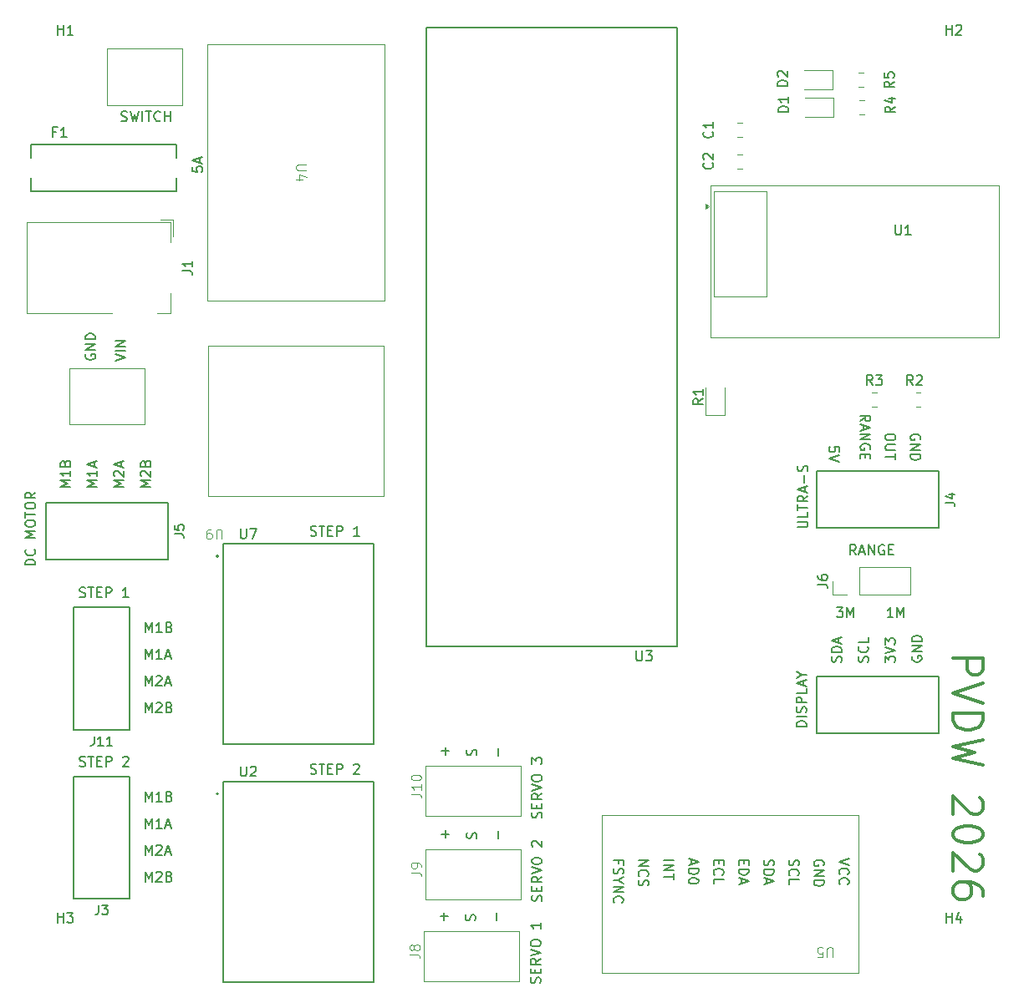
<source format=gbr>
%TF.GenerationSoftware,KiCad,Pcbnew,9.0.6*%
%TF.CreationDate,2026-02-25T04:36:07+07:00*%
%TF.ProjectId,Robot,526f626f-742e-46b6-9963-61645f706362,rev?*%
%TF.SameCoordinates,Original*%
%TF.FileFunction,Legend,Top*%
%TF.FilePolarity,Positive*%
%FSLAX46Y46*%
G04 Gerber Fmt 4.6, Leading zero omitted, Abs format (unit mm)*
G04 Created by KiCad (PCBNEW 9.0.6) date 2026-02-25 04:36:07*
%MOMM*%
%LPD*%
G01*
G04 APERTURE LIST*
%ADD10C,0.375000*%
%ADD11C,0.200000*%
%ADD12C,0.150000*%
%ADD13C,0.100000*%
%ADD14C,0.127000*%
%ADD15C,0.120000*%
G04 APERTURE END LIST*
D10*
X194950642Y-114498995D02*
X197950642Y-114498995D01*
X197950642Y-114498995D02*
X197950642Y-115641852D01*
X197950642Y-115641852D02*
X197807785Y-115927567D01*
X197807785Y-115927567D02*
X197664928Y-116070424D01*
X197664928Y-116070424D02*
X197379214Y-116213281D01*
X197379214Y-116213281D02*
X196950642Y-116213281D01*
X196950642Y-116213281D02*
X196664928Y-116070424D01*
X196664928Y-116070424D02*
X196522071Y-115927567D01*
X196522071Y-115927567D02*
X196379214Y-115641852D01*
X196379214Y-115641852D02*
X196379214Y-114498995D01*
X197950642Y-117070424D02*
X194950642Y-118070424D01*
X194950642Y-118070424D02*
X197950642Y-119070424D01*
X194950642Y-120070424D02*
X197950642Y-120070424D01*
X197950642Y-120070424D02*
X197950642Y-120784710D01*
X197950642Y-120784710D02*
X197807785Y-121213281D01*
X197807785Y-121213281D02*
X197522071Y-121498996D01*
X197522071Y-121498996D02*
X197236357Y-121641853D01*
X197236357Y-121641853D02*
X196664928Y-121784710D01*
X196664928Y-121784710D02*
X196236357Y-121784710D01*
X196236357Y-121784710D02*
X195664928Y-121641853D01*
X195664928Y-121641853D02*
X195379214Y-121498996D01*
X195379214Y-121498996D02*
X195093500Y-121213281D01*
X195093500Y-121213281D02*
X194950642Y-120784710D01*
X194950642Y-120784710D02*
X194950642Y-120070424D01*
X197950642Y-122784710D02*
X194950642Y-123498996D01*
X194950642Y-123498996D02*
X197093500Y-124070424D01*
X197093500Y-124070424D02*
X194950642Y-124641853D01*
X194950642Y-124641853D02*
X197950642Y-125356139D01*
X197664928Y-128641852D02*
X197807785Y-128784709D01*
X197807785Y-128784709D02*
X197950642Y-129070424D01*
X197950642Y-129070424D02*
X197950642Y-129784709D01*
X197950642Y-129784709D02*
X197807785Y-130070424D01*
X197807785Y-130070424D02*
X197664928Y-130213281D01*
X197664928Y-130213281D02*
X197379214Y-130356138D01*
X197379214Y-130356138D02*
X197093500Y-130356138D01*
X197093500Y-130356138D02*
X196664928Y-130213281D01*
X196664928Y-130213281D02*
X194950642Y-128498995D01*
X194950642Y-128498995D02*
X194950642Y-130356138D01*
X197950642Y-132213281D02*
X197950642Y-132498995D01*
X197950642Y-132498995D02*
X197807785Y-132784709D01*
X197807785Y-132784709D02*
X197664928Y-132927567D01*
X197664928Y-132927567D02*
X197379214Y-133070424D01*
X197379214Y-133070424D02*
X196807785Y-133213281D01*
X196807785Y-133213281D02*
X196093500Y-133213281D01*
X196093500Y-133213281D02*
X195522071Y-133070424D01*
X195522071Y-133070424D02*
X195236357Y-132927567D01*
X195236357Y-132927567D02*
X195093500Y-132784709D01*
X195093500Y-132784709D02*
X194950642Y-132498995D01*
X194950642Y-132498995D02*
X194950642Y-132213281D01*
X194950642Y-132213281D02*
X195093500Y-131927567D01*
X195093500Y-131927567D02*
X195236357Y-131784709D01*
X195236357Y-131784709D02*
X195522071Y-131641852D01*
X195522071Y-131641852D02*
X196093500Y-131498995D01*
X196093500Y-131498995D02*
X196807785Y-131498995D01*
X196807785Y-131498995D02*
X197379214Y-131641852D01*
X197379214Y-131641852D02*
X197664928Y-131784709D01*
X197664928Y-131784709D02*
X197807785Y-131927567D01*
X197807785Y-131927567D02*
X197950642Y-132213281D01*
X197664928Y-134356138D02*
X197807785Y-134498995D01*
X197807785Y-134498995D02*
X197950642Y-134784710D01*
X197950642Y-134784710D02*
X197950642Y-135498995D01*
X197950642Y-135498995D02*
X197807785Y-135784710D01*
X197807785Y-135784710D02*
X197664928Y-135927567D01*
X197664928Y-135927567D02*
X197379214Y-136070424D01*
X197379214Y-136070424D02*
X197093500Y-136070424D01*
X197093500Y-136070424D02*
X196664928Y-135927567D01*
X196664928Y-135927567D02*
X194950642Y-134213281D01*
X194950642Y-134213281D02*
X194950642Y-136070424D01*
X197950642Y-138641853D02*
X197950642Y-138070424D01*
X197950642Y-138070424D02*
X197807785Y-137784710D01*
X197807785Y-137784710D02*
X197664928Y-137641853D01*
X197664928Y-137641853D02*
X197236357Y-137356138D01*
X197236357Y-137356138D02*
X196664928Y-137213281D01*
X196664928Y-137213281D02*
X195522071Y-137213281D01*
X195522071Y-137213281D02*
X195236357Y-137356138D01*
X195236357Y-137356138D02*
X195093500Y-137498995D01*
X195093500Y-137498995D02*
X194950642Y-137784710D01*
X194950642Y-137784710D02*
X194950642Y-138356138D01*
X194950642Y-138356138D02*
X195093500Y-138641853D01*
X195093500Y-138641853D02*
X195236357Y-138784710D01*
X195236357Y-138784710D02*
X195522071Y-138927567D01*
X195522071Y-138927567D02*
X196236357Y-138927567D01*
X196236357Y-138927567D02*
X196522071Y-138784710D01*
X196522071Y-138784710D02*
X196664928Y-138641853D01*
X196664928Y-138641853D02*
X196807785Y-138356138D01*
X196807785Y-138356138D02*
X196807785Y-137784710D01*
X196807785Y-137784710D02*
X196664928Y-137498995D01*
X196664928Y-137498995D02*
X196522071Y-137356138D01*
X196522071Y-137356138D02*
X196236357Y-137213281D01*
D11*
X183154435Y-109357219D02*
X183773482Y-109357219D01*
X183773482Y-109357219D02*
X183440149Y-109738171D01*
X183440149Y-109738171D02*
X183583006Y-109738171D01*
X183583006Y-109738171D02*
X183678244Y-109785790D01*
X183678244Y-109785790D02*
X183725863Y-109833409D01*
X183725863Y-109833409D02*
X183773482Y-109928647D01*
X183773482Y-109928647D02*
X183773482Y-110166742D01*
X183773482Y-110166742D02*
X183725863Y-110261980D01*
X183725863Y-110261980D02*
X183678244Y-110309600D01*
X183678244Y-110309600D02*
X183583006Y-110357219D01*
X183583006Y-110357219D02*
X183297292Y-110357219D01*
X183297292Y-110357219D02*
X183202054Y-110309600D01*
X183202054Y-110309600D02*
X183154435Y-110261980D01*
X184202054Y-110357219D02*
X184202054Y-109357219D01*
X184202054Y-109357219D02*
X184535387Y-110071504D01*
X184535387Y-110071504D02*
X184868720Y-109357219D01*
X184868720Y-109357219D02*
X184868720Y-110357219D01*
X188853482Y-110357219D02*
X188282054Y-110357219D01*
X188567768Y-110357219D02*
X188567768Y-109357219D01*
X188567768Y-109357219D02*
X188472530Y-109500076D01*
X188472530Y-109500076D02*
X188377292Y-109595314D01*
X188377292Y-109595314D02*
X188282054Y-109642933D01*
X189282054Y-110357219D02*
X189282054Y-109357219D01*
X189282054Y-109357219D02*
X189615387Y-110071504D01*
X189615387Y-110071504D02*
X189948720Y-109357219D01*
X189948720Y-109357219D02*
X189948720Y-110357219D01*
X185091101Y-104007219D02*
X184757768Y-103531028D01*
X184519673Y-104007219D02*
X184519673Y-103007219D01*
X184519673Y-103007219D02*
X184900625Y-103007219D01*
X184900625Y-103007219D02*
X184995863Y-103054838D01*
X184995863Y-103054838D02*
X185043482Y-103102457D01*
X185043482Y-103102457D02*
X185091101Y-103197695D01*
X185091101Y-103197695D02*
X185091101Y-103340552D01*
X185091101Y-103340552D02*
X185043482Y-103435790D01*
X185043482Y-103435790D02*
X184995863Y-103483409D01*
X184995863Y-103483409D02*
X184900625Y-103531028D01*
X184900625Y-103531028D02*
X184519673Y-103531028D01*
X185472054Y-103721504D02*
X185948244Y-103721504D01*
X185376816Y-104007219D02*
X185710149Y-103007219D01*
X185710149Y-103007219D02*
X186043482Y-104007219D01*
X186376816Y-104007219D02*
X186376816Y-103007219D01*
X186376816Y-103007219D02*
X186948244Y-104007219D01*
X186948244Y-104007219D02*
X186948244Y-103007219D01*
X187948244Y-103054838D02*
X187853006Y-103007219D01*
X187853006Y-103007219D02*
X187710149Y-103007219D01*
X187710149Y-103007219D02*
X187567292Y-103054838D01*
X187567292Y-103054838D02*
X187472054Y-103150076D01*
X187472054Y-103150076D02*
X187424435Y-103245314D01*
X187424435Y-103245314D02*
X187376816Y-103435790D01*
X187376816Y-103435790D02*
X187376816Y-103578647D01*
X187376816Y-103578647D02*
X187424435Y-103769123D01*
X187424435Y-103769123D02*
X187472054Y-103864361D01*
X187472054Y-103864361D02*
X187567292Y-103959600D01*
X187567292Y-103959600D02*
X187710149Y-104007219D01*
X187710149Y-104007219D02*
X187805387Y-104007219D01*
X187805387Y-104007219D02*
X187948244Y-103959600D01*
X187948244Y-103959600D02*
X187995863Y-103911980D01*
X187995863Y-103911980D02*
X187995863Y-103578647D01*
X187995863Y-103578647D02*
X187805387Y-103578647D01*
X188424435Y-103483409D02*
X188757768Y-103483409D01*
X188900625Y-104007219D02*
X188424435Y-104007219D01*
X188424435Y-104007219D02*
X188424435Y-103007219D01*
X188424435Y-103007219D02*
X188900625Y-103007219D01*
X110119219Y-84355183D02*
X111119219Y-84021850D01*
X111119219Y-84021850D02*
X110119219Y-83688517D01*
X111119219Y-83355183D02*
X110119219Y-83355183D01*
X111119219Y-82878993D02*
X110119219Y-82878993D01*
X110119219Y-82878993D02*
X111119219Y-82307565D01*
X111119219Y-82307565D02*
X110119219Y-82307565D01*
X107118838Y-83688517D02*
X107071219Y-83783755D01*
X107071219Y-83783755D02*
X107071219Y-83926612D01*
X107071219Y-83926612D02*
X107118838Y-84069469D01*
X107118838Y-84069469D02*
X107214076Y-84164707D01*
X107214076Y-84164707D02*
X107309314Y-84212326D01*
X107309314Y-84212326D02*
X107499790Y-84259945D01*
X107499790Y-84259945D02*
X107642647Y-84259945D01*
X107642647Y-84259945D02*
X107833123Y-84212326D01*
X107833123Y-84212326D02*
X107928361Y-84164707D01*
X107928361Y-84164707D02*
X108023600Y-84069469D01*
X108023600Y-84069469D02*
X108071219Y-83926612D01*
X108071219Y-83926612D02*
X108071219Y-83831374D01*
X108071219Y-83831374D02*
X108023600Y-83688517D01*
X108023600Y-83688517D02*
X107975980Y-83640898D01*
X107975980Y-83640898D02*
X107642647Y-83640898D01*
X107642647Y-83640898D02*
X107642647Y-83831374D01*
X108071219Y-83212326D02*
X107071219Y-83212326D01*
X107071219Y-83212326D02*
X108071219Y-82640898D01*
X108071219Y-82640898D02*
X107071219Y-82640898D01*
X108071219Y-82164707D02*
X107071219Y-82164707D01*
X107071219Y-82164707D02*
X107071219Y-81926612D01*
X107071219Y-81926612D02*
X107118838Y-81783755D01*
X107118838Y-81783755D02*
X107214076Y-81688517D01*
X107214076Y-81688517D02*
X107309314Y-81640898D01*
X107309314Y-81640898D02*
X107499790Y-81593279D01*
X107499790Y-81593279D02*
X107642647Y-81593279D01*
X107642647Y-81593279D02*
X107833123Y-81640898D01*
X107833123Y-81640898D02*
X107928361Y-81688517D01*
X107928361Y-81688517D02*
X108023600Y-81783755D01*
X108023600Y-81783755D02*
X108071219Y-81926612D01*
X108071219Y-81926612D02*
X108071219Y-82164707D01*
D12*
X116070439Y-101916627D02*
X116745355Y-101916627D01*
X116745355Y-101916627D02*
X116880338Y-101961622D01*
X116880338Y-101961622D02*
X116970327Y-102051610D01*
X116970327Y-102051610D02*
X117015321Y-102186594D01*
X117015321Y-102186594D02*
X117015321Y-102276582D01*
X116070439Y-101016740D02*
X116070439Y-101466684D01*
X116070439Y-101466684D02*
X116520383Y-101511678D01*
X116520383Y-101511678D02*
X116475388Y-101466684D01*
X116475388Y-101466684D02*
X116430394Y-101376695D01*
X116430394Y-101376695D02*
X116430394Y-101151723D01*
X116430394Y-101151723D02*
X116475388Y-101061734D01*
X116475388Y-101061734D02*
X116520383Y-101016740D01*
X116520383Y-101016740D02*
X116610371Y-100971745D01*
X116610371Y-100971745D02*
X116835343Y-100971745D01*
X116835343Y-100971745D02*
X116925332Y-101016740D01*
X116925332Y-101016740D02*
X116970327Y-101061734D01*
X116970327Y-101061734D02*
X117015321Y-101151723D01*
X117015321Y-101151723D02*
X117015321Y-101376695D01*
X117015321Y-101376695D02*
X116970327Y-101466684D01*
X116970327Y-101466684D02*
X116925332Y-101511678D01*
D11*
X110949886Y-97167993D02*
X109949886Y-97167993D01*
X109949886Y-97167993D02*
X110664171Y-96834660D01*
X110664171Y-96834660D02*
X109949886Y-96501327D01*
X109949886Y-96501327D02*
X110949886Y-96501327D01*
X110045124Y-96072755D02*
X109997505Y-96025136D01*
X109997505Y-96025136D02*
X109949886Y-95929898D01*
X109949886Y-95929898D02*
X109949886Y-95691803D01*
X109949886Y-95691803D02*
X109997505Y-95596565D01*
X109997505Y-95596565D02*
X110045124Y-95548946D01*
X110045124Y-95548946D02*
X110140362Y-95501327D01*
X110140362Y-95501327D02*
X110235600Y-95501327D01*
X110235600Y-95501327D02*
X110378457Y-95548946D01*
X110378457Y-95548946D02*
X110949886Y-96120374D01*
X110949886Y-96120374D02*
X110949886Y-95501327D01*
X110664171Y-95120374D02*
X110664171Y-94644184D01*
X110949886Y-95215612D02*
X109949886Y-94882279D01*
X109949886Y-94882279D02*
X110949886Y-94548946D01*
X105531219Y-97167993D02*
X104531219Y-97167993D01*
X104531219Y-97167993D02*
X105245504Y-96834660D01*
X105245504Y-96834660D02*
X104531219Y-96501327D01*
X104531219Y-96501327D02*
X105531219Y-96501327D01*
X105531219Y-95501327D02*
X105531219Y-96072755D01*
X105531219Y-95787041D02*
X104531219Y-95787041D01*
X104531219Y-95787041D02*
X104674076Y-95882279D01*
X104674076Y-95882279D02*
X104769314Y-95977517D01*
X104769314Y-95977517D02*
X104816933Y-96072755D01*
X105007409Y-94739422D02*
X105055028Y-94596565D01*
X105055028Y-94596565D02*
X105102647Y-94548946D01*
X105102647Y-94548946D02*
X105197885Y-94501327D01*
X105197885Y-94501327D02*
X105340742Y-94501327D01*
X105340742Y-94501327D02*
X105435980Y-94548946D01*
X105435980Y-94548946D02*
X105483600Y-94596565D01*
X105483600Y-94596565D02*
X105531219Y-94691803D01*
X105531219Y-94691803D02*
X105531219Y-95072755D01*
X105531219Y-95072755D02*
X104531219Y-95072755D01*
X104531219Y-95072755D02*
X104531219Y-94739422D01*
X104531219Y-94739422D02*
X104578838Y-94644184D01*
X104578838Y-94644184D02*
X104626457Y-94596565D01*
X104626457Y-94596565D02*
X104721695Y-94548946D01*
X104721695Y-94548946D02*
X104816933Y-94548946D01*
X104816933Y-94548946D02*
X104912171Y-94596565D01*
X104912171Y-94596565D02*
X104959790Y-94644184D01*
X104959790Y-94644184D02*
X105007409Y-94739422D01*
X105007409Y-94739422D02*
X105007409Y-95072755D01*
X108240552Y-97167993D02*
X107240552Y-97167993D01*
X107240552Y-97167993D02*
X107954837Y-96834660D01*
X107954837Y-96834660D02*
X107240552Y-96501327D01*
X107240552Y-96501327D02*
X108240552Y-96501327D01*
X108240552Y-95501327D02*
X108240552Y-96072755D01*
X108240552Y-95787041D02*
X107240552Y-95787041D01*
X107240552Y-95787041D02*
X107383409Y-95882279D01*
X107383409Y-95882279D02*
X107478647Y-95977517D01*
X107478647Y-95977517D02*
X107526266Y-96072755D01*
X107954837Y-95120374D02*
X107954837Y-94644184D01*
X108240552Y-95215612D02*
X107240552Y-94882279D01*
X107240552Y-94882279D02*
X108240552Y-94548946D01*
X113659219Y-97167993D02*
X112659219Y-97167993D01*
X112659219Y-97167993D02*
X113373504Y-96834660D01*
X113373504Y-96834660D02*
X112659219Y-96501327D01*
X112659219Y-96501327D02*
X113659219Y-96501327D01*
X112754457Y-96072755D02*
X112706838Y-96025136D01*
X112706838Y-96025136D02*
X112659219Y-95929898D01*
X112659219Y-95929898D02*
X112659219Y-95691803D01*
X112659219Y-95691803D02*
X112706838Y-95596565D01*
X112706838Y-95596565D02*
X112754457Y-95548946D01*
X112754457Y-95548946D02*
X112849695Y-95501327D01*
X112849695Y-95501327D02*
X112944933Y-95501327D01*
X112944933Y-95501327D02*
X113087790Y-95548946D01*
X113087790Y-95548946D02*
X113659219Y-96120374D01*
X113659219Y-96120374D02*
X113659219Y-95501327D01*
X113135409Y-94739422D02*
X113183028Y-94596565D01*
X113183028Y-94596565D02*
X113230647Y-94548946D01*
X113230647Y-94548946D02*
X113325885Y-94501327D01*
X113325885Y-94501327D02*
X113468742Y-94501327D01*
X113468742Y-94501327D02*
X113563980Y-94548946D01*
X113563980Y-94548946D02*
X113611600Y-94596565D01*
X113611600Y-94596565D02*
X113659219Y-94691803D01*
X113659219Y-94691803D02*
X113659219Y-95072755D01*
X113659219Y-95072755D02*
X112659219Y-95072755D01*
X112659219Y-95072755D02*
X112659219Y-94739422D01*
X112659219Y-94739422D02*
X112706838Y-94644184D01*
X112706838Y-94644184D02*
X112754457Y-94596565D01*
X112754457Y-94596565D02*
X112849695Y-94548946D01*
X112849695Y-94548946D02*
X112944933Y-94548946D01*
X112944933Y-94548946D02*
X113040171Y-94596565D01*
X113040171Y-94596565D02*
X113087790Y-94644184D01*
X113087790Y-94644184D02*
X113135409Y-94739422D01*
X113135409Y-94739422D02*
X113135409Y-95072755D01*
X101975219Y-105040326D02*
X100975219Y-105040326D01*
X100975219Y-105040326D02*
X100975219Y-104802231D01*
X100975219Y-104802231D02*
X101022838Y-104659374D01*
X101022838Y-104659374D02*
X101118076Y-104564136D01*
X101118076Y-104564136D02*
X101213314Y-104516517D01*
X101213314Y-104516517D02*
X101403790Y-104468898D01*
X101403790Y-104468898D02*
X101546647Y-104468898D01*
X101546647Y-104468898D02*
X101737123Y-104516517D01*
X101737123Y-104516517D02*
X101832361Y-104564136D01*
X101832361Y-104564136D02*
X101927600Y-104659374D01*
X101927600Y-104659374D02*
X101975219Y-104802231D01*
X101975219Y-104802231D02*
X101975219Y-105040326D01*
X101879980Y-103468898D02*
X101927600Y-103516517D01*
X101927600Y-103516517D02*
X101975219Y-103659374D01*
X101975219Y-103659374D02*
X101975219Y-103754612D01*
X101975219Y-103754612D02*
X101927600Y-103897469D01*
X101927600Y-103897469D02*
X101832361Y-103992707D01*
X101832361Y-103992707D02*
X101737123Y-104040326D01*
X101737123Y-104040326D02*
X101546647Y-104087945D01*
X101546647Y-104087945D02*
X101403790Y-104087945D01*
X101403790Y-104087945D02*
X101213314Y-104040326D01*
X101213314Y-104040326D02*
X101118076Y-103992707D01*
X101118076Y-103992707D02*
X101022838Y-103897469D01*
X101022838Y-103897469D02*
X100975219Y-103754612D01*
X100975219Y-103754612D02*
X100975219Y-103659374D01*
X100975219Y-103659374D02*
X101022838Y-103516517D01*
X101022838Y-103516517D02*
X101070457Y-103468898D01*
X101975219Y-102278421D02*
X100975219Y-102278421D01*
X100975219Y-102278421D02*
X101689504Y-101945088D01*
X101689504Y-101945088D02*
X100975219Y-101611755D01*
X100975219Y-101611755D02*
X101975219Y-101611755D01*
X100975219Y-100945088D02*
X100975219Y-100754612D01*
X100975219Y-100754612D02*
X101022838Y-100659374D01*
X101022838Y-100659374D02*
X101118076Y-100564136D01*
X101118076Y-100564136D02*
X101308552Y-100516517D01*
X101308552Y-100516517D02*
X101641885Y-100516517D01*
X101641885Y-100516517D02*
X101832361Y-100564136D01*
X101832361Y-100564136D02*
X101927600Y-100659374D01*
X101927600Y-100659374D02*
X101975219Y-100754612D01*
X101975219Y-100754612D02*
X101975219Y-100945088D01*
X101975219Y-100945088D02*
X101927600Y-101040326D01*
X101927600Y-101040326D02*
X101832361Y-101135564D01*
X101832361Y-101135564D02*
X101641885Y-101183183D01*
X101641885Y-101183183D02*
X101308552Y-101183183D01*
X101308552Y-101183183D02*
X101118076Y-101135564D01*
X101118076Y-101135564D02*
X101022838Y-101040326D01*
X101022838Y-101040326D02*
X100975219Y-100945088D01*
X100975219Y-100230802D02*
X100975219Y-99659374D01*
X101975219Y-99945088D02*
X100975219Y-99945088D01*
X100975219Y-99135564D02*
X100975219Y-98945088D01*
X100975219Y-98945088D02*
X101022838Y-98849850D01*
X101022838Y-98849850D02*
X101118076Y-98754612D01*
X101118076Y-98754612D02*
X101308552Y-98706993D01*
X101308552Y-98706993D02*
X101641885Y-98706993D01*
X101641885Y-98706993D02*
X101832361Y-98754612D01*
X101832361Y-98754612D02*
X101927600Y-98849850D01*
X101927600Y-98849850D02*
X101975219Y-98945088D01*
X101975219Y-98945088D02*
X101975219Y-99135564D01*
X101975219Y-99135564D02*
X101927600Y-99230802D01*
X101927600Y-99230802D02*
X101832361Y-99326040D01*
X101832361Y-99326040D02*
X101641885Y-99373659D01*
X101641885Y-99373659D02*
X101308552Y-99373659D01*
X101308552Y-99373659D02*
X101118076Y-99326040D01*
X101118076Y-99326040D02*
X101022838Y-99230802D01*
X101022838Y-99230802D02*
X100975219Y-99135564D01*
X101975219Y-97706993D02*
X101499028Y-98040326D01*
X101975219Y-98278421D02*
X100975219Y-98278421D01*
X100975219Y-98278421D02*
X100975219Y-97897469D01*
X100975219Y-97897469D02*
X101022838Y-97802231D01*
X101022838Y-97802231D02*
X101070457Y-97754612D01*
X101070457Y-97754612D02*
X101165695Y-97706993D01*
X101165695Y-97706993D02*
X101308552Y-97706993D01*
X101308552Y-97706993D02*
X101403790Y-97754612D01*
X101403790Y-97754612D02*
X101451409Y-97802231D01*
X101451409Y-97802231D02*
X101499028Y-97897469D01*
X101499028Y-97897469D02*
X101499028Y-98278421D01*
D12*
X190873333Y-86814819D02*
X190540000Y-86338628D01*
X190301905Y-86814819D02*
X190301905Y-85814819D01*
X190301905Y-85814819D02*
X190682857Y-85814819D01*
X190682857Y-85814819D02*
X190778095Y-85862438D01*
X190778095Y-85862438D02*
X190825714Y-85910057D01*
X190825714Y-85910057D02*
X190873333Y-86005295D01*
X190873333Y-86005295D02*
X190873333Y-86148152D01*
X190873333Y-86148152D02*
X190825714Y-86243390D01*
X190825714Y-86243390D02*
X190778095Y-86291009D01*
X190778095Y-86291009D02*
X190682857Y-86338628D01*
X190682857Y-86338628D02*
X190301905Y-86338628D01*
X191254286Y-85910057D02*
X191301905Y-85862438D01*
X191301905Y-85862438D02*
X191397143Y-85814819D01*
X191397143Y-85814819D02*
X191635238Y-85814819D01*
X191635238Y-85814819D02*
X191730476Y-85862438D01*
X191730476Y-85862438D02*
X191778095Y-85910057D01*
X191778095Y-85910057D02*
X191825714Y-86005295D01*
X191825714Y-86005295D02*
X191825714Y-86100533D01*
X191825714Y-86100533D02*
X191778095Y-86243390D01*
X191778095Y-86243390D02*
X191206667Y-86814819D01*
X191206667Y-86814819D02*
X191825714Y-86814819D01*
X194175439Y-98739960D02*
X194850355Y-98739960D01*
X194850355Y-98739960D02*
X194985338Y-98784955D01*
X194985338Y-98784955D02*
X195075327Y-98874943D01*
X195075327Y-98874943D02*
X195120321Y-99009927D01*
X195120321Y-99009927D02*
X195120321Y-99099915D01*
X194490400Y-97885067D02*
X195120321Y-97885067D01*
X194130445Y-98110039D02*
X194805360Y-98335011D01*
X194805360Y-98335011D02*
X194805360Y-97750084D01*
D11*
X179207219Y-101230326D02*
X180016742Y-101230326D01*
X180016742Y-101230326D02*
X180111980Y-101182707D01*
X180111980Y-101182707D02*
X180159600Y-101135088D01*
X180159600Y-101135088D02*
X180207219Y-101039850D01*
X180207219Y-101039850D02*
X180207219Y-100849374D01*
X180207219Y-100849374D02*
X180159600Y-100754136D01*
X180159600Y-100754136D02*
X180111980Y-100706517D01*
X180111980Y-100706517D02*
X180016742Y-100658898D01*
X180016742Y-100658898D02*
X179207219Y-100658898D01*
X180207219Y-99706517D02*
X180207219Y-100182707D01*
X180207219Y-100182707D02*
X179207219Y-100182707D01*
X179207219Y-99516040D02*
X179207219Y-98944612D01*
X180207219Y-99230326D02*
X179207219Y-99230326D01*
X180207219Y-98039850D02*
X179731028Y-98373183D01*
X180207219Y-98611278D02*
X179207219Y-98611278D01*
X179207219Y-98611278D02*
X179207219Y-98230326D01*
X179207219Y-98230326D02*
X179254838Y-98135088D01*
X179254838Y-98135088D02*
X179302457Y-98087469D01*
X179302457Y-98087469D02*
X179397695Y-98039850D01*
X179397695Y-98039850D02*
X179540552Y-98039850D01*
X179540552Y-98039850D02*
X179635790Y-98087469D01*
X179635790Y-98087469D02*
X179683409Y-98135088D01*
X179683409Y-98135088D02*
X179731028Y-98230326D01*
X179731028Y-98230326D02*
X179731028Y-98611278D01*
X179921504Y-97658897D02*
X179921504Y-97182707D01*
X180207219Y-97754135D02*
X179207219Y-97420802D01*
X179207219Y-97420802D02*
X180207219Y-97087469D01*
X179826266Y-96754135D02*
X179826266Y-95992231D01*
X180159600Y-95563659D02*
X180207219Y-95420802D01*
X180207219Y-95420802D02*
X180207219Y-95182707D01*
X180207219Y-95182707D02*
X180159600Y-95087469D01*
X180159600Y-95087469D02*
X180111980Y-95039850D01*
X180111980Y-95039850D02*
X180016742Y-94992231D01*
X180016742Y-94992231D02*
X179921504Y-94992231D01*
X179921504Y-94992231D02*
X179826266Y-95039850D01*
X179826266Y-95039850D02*
X179778647Y-95087469D01*
X179778647Y-95087469D02*
X179731028Y-95182707D01*
X179731028Y-95182707D02*
X179683409Y-95373183D01*
X179683409Y-95373183D02*
X179635790Y-95468421D01*
X179635790Y-95468421D02*
X179588171Y-95516040D01*
X179588171Y-95516040D02*
X179492933Y-95563659D01*
X179492933Y-95563659D02*
X179397695Y-95563659D01*
X179397695Y-95563659D02*
X179302457Y-95516040D01*
X179302457Y-95516040D02*
X179254838Y-95468421D01*
X179254838Y-95468421D02*
X179207219Y-95373183D01*
X179207219Y-95373183D02*
X179207219Y-95135088D01*
X179207219Y-95135088D02*
X179254838Y-94992231D01*
X183377780Y-93555863D02*
X183377780Y-93079673D01*
X183377780Y-93079673D02*
X182901590Y-93032054D01*
X182901590Y-93032054D02*
X182949209Y-93079673D01*
X182949209Y-93079673D02*
X182996828Y-93174911D01*
X182996828Y-93174911D02*
X182996828Y-93413006D01*
X182996828Y-93413006D02*
X182949209Y-93508244D01*
X182949209Y-93508244D02*
X182901590Y-93555863D01*
X182901590Y-93555863D02*
X182806352Y-93603482D01*
X182806352Y-93603482D02*
X182568257Y-93603482D01*
X182568257Y-93603482D02*
X182473019Y-93555863D01*
X182473019Y-93555863D02*
X182425400Y-93508244D01*
X182425400Y-93508244D02*
X182377780Y-93413006D01*
X182377780Y-93413006D02*
X182377780Y-93174911D01*
X182377780Y-93174911D02*
X182425400Y-93079673D01*
X182425400Y-93079673D02*
X182473019Y-93032054D01*
X183377780Y-93889197D02*
X182377780Y-94222530D01*
X182377780Y-94222530D02*
X183377780Y-94555863D01*
X191585161Y-92333482D02*
X191632780Y-92238244D01*
X191632780Y-92238244D02*
X191632780Y-92095387D01*
X191632780Y-92095387D02*
X191585161Y-91952530D01*
X191585161Y-91952530D02*
X191489923Y-91857292D01*
X191489923Y-91857292D02*
X191394685Y-91809673D01*
X191394685Y-91809673D02*
X191204209Y-91762054D01*
X191204209Y-91762054D02*
X191061352Y-91762054D01*
X191061352Y-91762054D02*
X190870876Y-91809673D01*
X190870876Y-91809673D02*
X190775638Y-91857292D01*
X190775638Y-91857292D02*
X190680400Y-91952530D01*
X190680400Y-91952530D02*
X190632780Y-92095387D01*
X190632780Y-92095387D02*
X190632780Y-92190625D01*
X190632780Y-92190625D02*
X190680400Y-92333482D01*
X190680400Y-92333482D02*
X190728019Y-92381101D01*
X190728019Y-92381101D02*
X191061352Y-92381101D01*
X191061352Y-92381101D02*
X191061352Y-92190625D01*
X190632780Y-92809673D02*
X191632780Y-92809673D01*
X191632780Y-92809673D02*
X190632780Y-93381101D01*
X190632780Y-93381101D02*
X191632780Y-93381101D01*
X190632780Y-93857292D02*
X191632780Y-93857292D01*
X191632780Y-93857292D02*
X191632780Y-94095387D01*
X191632780Y-94095387D02*
X191585161Y-94238244D01*
X191585161Y-94238244D02*
X191489923Y-94333482D01*
X191489923Y-94333482D02*
X191394685Y-94381101D01*
X191394685Y-94381101D02*
X191204209Y-94428720D01*
X191204209Y-94428720D02*
X191061352Y-94428720D01*
X191061352Y-94428720D02*
X190870876Y-94381101D01*
X190870876Y-94381101D02*
X190775638Y-94333482D01*
X190775638Y-94333482D02*
X190680400Y-94238244D01*
X190680400Y-94238244D02*
X190632780Y-94095387D01*
X190632780Y-94095387D02*
X190632780Y-93857292D01*
X189092780Y-92000149D02*
X189092780Y-92190625D01*
X189092780Y-92190625D02*
X189045161Y-92285863D01*
X189045161Y-92285863D02*
X188949923Y-92381101D01*
X188949923Y-92381101D02*
X188759447Y-92428720D01*
X188759447Y-92428720D02*
X188426114Y-92428720D01*
X188426114Y-92428720D02*
X188235638Y-92381101D01*
X188235638Y-92381101D02*
X188140400Y-92285863D01*
X188140400Y-92285863D02*
X188092780Y-92190625D01*
X188092780Y-92190625D02*
X188092780Y-92000149D01*
X188092780Y-92000149D02*
X188140400Y-91904911D01*
X188140400Y-91904911D02*
X188235638Y-91809673D01*
X188235638Y-91809673D02*
X188426114Y-91762054D01*
X188426114Y-91762054D02*
X188759447Y-91762054D01*
X188759447Y-91762054D02*
X188949923Y-91809673D01*
X188949923Y-91809673D02*
X189045161Y-91904911D01*
X189045161Y-91904911D02*
X189092780Y-92000149D01*
X189092780Y-92857292D02*
X188283257Y-92857292D01*
X188283257Y-92857292D02*
X188188019Y-92904911D01*
X188188019Y-92904911D02*
X188140400Y-92952530D01*
X188140400Y-92952530D02*
X188092780Y-93047768D01*
X188092780Y-93047768D02*
X188092780Y-93238244D01*
X188092780Y-93238244D02*
X188140400Y-93333482D01*
X188140400Y-93333482D02*
X188188019Y-93381101D01*
X188188019Y-93381101D02*
X188283257Y-93428720D01*
X188283257Y-93428720D02*
X189092780Y-93428720D01*
X189092780Y-93762054D02*
X189092780Y-94333482D01*
X188092780Y-94047768D02*
X189092780Y-94047768D01*
X185552780Y-90476101D02*
X186028971Y-90142768D01*
X185552780Y-89904673D02*
X186552780Y-89904673D01*
X186552780Y-89904673D02*
X186552780Y-90285625D01*
X186552780Y-90285625D02*
X186505161Y-90380863D01*
X186505161Y-90380863D02*
X186457542Y-90428482D01*
X186457542Y-90428482D02*
X186362304Y-90476101D01*
X186362304Y-90476101D02*
X186219447Y-90476101D01*
X186219447Y-90476101D02*
X186124209Y-90428482D01*
X186124209Y-90428482D02*
X186076590Y-90380863D01*
X186076590Y-90380863D02*
X186028971Y-90285625D01*
X186028971Y-90285625D02*
X186028971Y-89904673D01*
X185838495Y-90857054D02*
X185838495Y-91333244D01*
X185552780Y-90761816D02*
X186552780Y-91095149D01*
X186552780Y-91095149D02*
X185552780Y-91428482D01*
X185552780Y-91761816D02*
X186552780Y-91761816D01*
X186552780Y-91761816D02*
X185552780Y-92333244D01*
X185552780Y-92333244D02*
X186552780Y-92333244D01*
X186505161Y-93333244D02*
X186552780Y-93238006D01*
X186552780Y-93238006D02*
X186552780Y-93095149D01*
X186552780Y-93095149D02*
X186505161Y-92952292D01*
X186505161Y-92952292D02*
X186409923Y-92857054D01*
X186409923Y-92857054D02*
X186314685Y-92809435D01*
X186314685Y-92809435D02*
X186124209Y-92761816D01*
X186124209Y-92761816D02*
X185981352Y-92761816D01*
X185981352Y-92761816D02*
X185790876Y-92809435D01*
X185790876Y-92809435D02*
X185695638Y-92857054D01*
X185695638Y-92857054D02*
X185600400Y-92952292D01*
X185600400Y-92952292D02*
X185552780Y-93095149D01*
X185552780Y-93095149D02*
X185552780Y-93190387D01*
X185552780Y-93190387D02*
X185600400Y-93333244D01*
X185600400Y-93333244D02*
X185648019Y-93380863D01*
X185648019Y-93380863D02*
X185981352Y-93380863D01*
X185981352Y-93380863D02*
X185981352Y-93190387D01*
X186076590Y-93809435D02*
X186076590Y-94142768D01*
X185552780Y-94285625D02*
X185552780Y-93809435D01*
X185552780Y-93809435D02*
X186552780Y-93809435D01*
X186552780Y-93809435D02*
X186552780Y-94285625D01*
D12*
X104111666Y-61145009D02*
X103778333Y-61145009D01*
X103778333Y-61668819D02*
X103778333Y-60668819D01*
X103778333Y-60668819D02*
X104254523Y-60668819D01*
X105159285Y-61668819D02*
X104587857Y-61668819D01*
X104873571Y-61668819D02*
X104873571Y-60668819D01*
X104873571Y-60668819D02*
X104778333Y-60811676D01*
X104778333Y-60811676D02*
X104683095Y-60906914D01*
X104683095Y-60906914D02*
X104587857Y-60954533D01*
D11*
X117917219Y-64686136D02*
X117917219Y-65162326D01*
X117917219Y-65162326D02*
X118393409Y-65209945D01*
X118393409Y-65209945D02*
X118345790Y-65162326D01*
X118345790Y-65162326D02*
X118298171Y-65067088D01*
X118298171Y-65067088D02*
X118298171Y-64828993D01*
X118298171Y-64828993D02*
X118345790Y-64733755D01*
X118345790Y-64733755D02*
X118393409Y-64686136D01*
X118393409Y-64686136D02*
X118488647Y-64638517D01*
X118488647Y-64638517D02*
X118726742Y-64638517D01*
X118726742Y-64638517D02*
X118821980Y-64686136D01*
X118821980Y-64686136D02*
X118869600Y-64733755D01*
X118869600Y-64733755D02*
X118917219Y-64828993D01*
X118917219Y-64828993D02*
X118917219Y-65067088D01*
X118917219Y-65067088D02*
X118869600Y-65162326D01*
X118869600Y-65162326D02*
X118821980Y-65209945D01*
X118631504Y-64257564D02*
X118631504Y-63781374D01*
X118917219Y-64352802D02*
X117917219Y-64019469D01*
X117917219Y-64019469D02*
X118917219Y-63686136D01*
D13*
X140046419Y-128275523D02*
X140760704Y-128275523D01*
X140760704Y-128275523D02*
X140903561Y-128323142D01*
X140903561Y-128323142D02*
X140998800Y-128418380D01*
X140998800Y-128418380D02*
X141046419Y-128561237D01*
X141046419Y-128561237D02*
X141046419Y-128656475D01*
X141046419Y-127275523D02*
X141046419Y-127846951D01*
X141046419Y-127561237D02*
X140046419Y-127561237D01*
X140046419Y-127561237D02*
X140189276Y-127656475D01*
X140189276Y-127656475D02*
X140284514Y-127751713D01*
X140284514Y-127751713D02*
X140332133Y-127846951D01*
X140046419Y-126656475D02*
X140046419Y-126561237D01*
X140046419Y-126561237D02*
X140094038Y-126465999D01*
X140094038Y-126465999D02*
X140141657Y-126418380D01*
X140141657Y-126418380D02*
X140236895Y-126370761D01*
X140236895Y-126370761D02*
X140427371Y-126323142D01*
X140427371Y-126323142D02*
X140665466Y-126323142D01*
X140665466Y-126323142D02*
X140855942Y-126370761D01*
X140855942Y-126370761D02*
X140951180Y-126418380D01*
X140951180Y-126418380D02*
X140998800Y-126465999D01*
X140998800Y-126465999D02*
X141046419Y-126561237D01*
X141046419Y-126561237D02*
X141046419Y-126656475D01*
X141046419Y-126656475D02*
X140998800Y-126751713D01*
X140998800Y-126751713D02*
X140951180Y-126799332D01*
X140951180Y-126799332D02*
X140855942Y-126846951D01*
X140855942Y-126846951D02*
X140665466Y-126894570D01*
X140665466Y-126894570D02*
X140427371Y-126894570D01*
X140427371Y-126894570D02*
X140236895Y-126846951D01*
X140236895Y-126846951D02*
X140141657Y-126799332D01*
X140141657Y-126799332D02*
X140094038Y-126751713D01*
X140094038Y-126751713D02*
X140046419Y-126656475D01*
D11*
X148838266Y-124373754D02*
X148838266Y-123611850D01*
X143504266Y-124302326D02*
X143504266Y-123540422D01*
X143885219Y-123921374D02*
X143123314Y-123921374D01*
X153235600Y-130699945D02*
X153283219Y-130557088D01*
X153283219Y-130557088D02*
X153283219Y-130318993D01*
X153283219Y-130318993D02*
X153235600Y-130223755D01*
X153235600Y-130223755D02*
X153187980Y-130176136D01*
X153187980Y-130176136D02*
X153092742Y-130128517D01*
X153092742Y-130128517D02*
X152997504Y-130128517D01*
X152997504Y-130128517D02*
X152902266Y-130176136D01*
X152902266Y-130176136D02*
X152854647Y-130223755D01*
X152854647Y-130223755D02*
X152807028Y-130318993D01*
X152807028Y-130318993D02*
X152759409Y-130509469D01*
X152759409Y-130509469D02*
X152711790Y-130604707D01*
X152711790Y-130604707D02*
X152664171Y-130652326D01*
X152664171Y-130652326D02*
X152568933Y-130699945D01*
X152568933Y-130699945D02*
X152473695Y-130699945D01*
X152473695Y-130699945D02*
X152378457Y-130652326D01*
X152378457Y-130652326D02*
X152330838Y-130604707D01*
X152330838Y-130604707D02*
X152283219Y-130509469D01*
X152283219Y-130509469D02*
X152283219Y-130271374D01*
X152283219Y-130271374D02*
X152330838Y-130128517D01*
X152759409Y-129699945D02*
X152759409Y-129366612D01*
X153283219Y-129223755D02*
X153283219Y-129699945D01*
X153283219Y-129699945D02*
X152283219Y-129699945D01*
X152283219Y-129699945D02*
X152283219Y-129223755D01*
X153283219Y-128223755D02*
X152807028Y-128557088D01*
X153283219Y-128795183D02*
X152283219Y-128795183D01*
X152283219Y-128795183D02*
X152283219Y-128414231D01*
X152283219Y-128414231D02*
X152330838Y-128318993D01*
X152330838Y-128318993D02*
X152378457Y-128271374D01*
X152378457Y-128271374D02*
X152473695Y-128223755D01*
X152473695Y-128223755D02*
X152616552Y-128223755D01*
X152616552Y-128223755D02*
X152711790Y-128271374D01*
X152711790Y-128271374D02*
X152759409Y-128318993D01*
X152759409Y-128318993D02*
X152807028Y-128414231D01*
X152807028Y-128414231D02*
X152807028Y-128795183D01*
X152283219Y-127938040D02*
X153283219Y-127604707D01*
X153283219Y-127604707D02*
X152283219Y-127271374D01*
X152283219Y-126747564D02*
X152283219Y-126557088D01*
X152283219Y-126557088D02*
X152330838Y-126461850D01*
X152330838Y-126461850D02*
X152426076Y-126366612D01*
X152426076Y-126366612D02*
X152616552Y-126318993D01*
X152616552Y-126318993D02*
X152949885Y-126318993D01*
X152949885Y-126318993D02*
X153140361Y-126366612D01*
X153140361Y-126366612D02*
X153235600Y-126461850D01*
X153235600Y-126461850D02*
X153283219Y-126557088D01*
X153283219Y-126557088D02*
X153283219Y-126747564D01*
X153283219Y-126747564D02*
X153235600Y-126842802D01*
X153235600Y-126842802D02*
X153140361Y-126938040D01*
X153140361Y-126938040D02*
X152949885Y-126985659D01*
X152949885Y-126985659D02*
X152616552Y-126985659D01*
X152616552Y-126985659D02*
X152426076Y-126938040D01*
X152426076Y-126938040D02*
X152330838Y-126842802D01*
X152330838Y-126842802D02*
X152283219Y-126747564D01*
X152283219Y-125223754D02*
X152283219Y-124604707D01*
X152283219Y-124604707D02*
X152664171Y-124938040D01*
X152664171Y-124938040D02*
X152664171Y-124795183D01*
X152664171Y-124795183D02*
X152711790Y-124699945D01*
X152711790Y-124699945D02*
X152759409Y-124652326D01*
X152759409Y-124652326D02*
X152854647Y-124604707D01*
X152854647Y-124604707D02*
X153092742Y-124604707D01*
X153092742Y-124604707D02*
X153187980Y-124652326D01*
X153187980Y-124652326D02*
X153235600Y-124699945D01*
X153235600Y-124699945D02*
X153283219Y-124795183D01*
X153283219Y-124795183D02*
X153283219Y-125080897D01*
X153283219Y-125080897D02*
X153235600Y-125176135D01*
X153235600Y-125176135D02*
X153187980Y-125223754D01*
X146631600Y-124349945D02*
X146679219Y-124207088D01*
X146679219Y-124207088D02*
X146679219Y-123968993D01*
X146679219Y-123968993D02*
X146631600Y-123873755D01*
X146631600Y-123873755D02*
X146583980Y-123826136D01*
X146583980Y-123826136D02*
X146488742Y-123778517D01*
X146488742Y-123778517D02*
X146393504Y-123778517D01*
X146393504Y-123778517D02*
X146298266Y-123826136D01*
X146298266Y-123826136D02*
X146250647Y-123873755D01*
X146250647Y-123873755D02*
X146203028Y-123968993D01*
X146203028Y-123968993D02*
X146155409Y-124159469D01*
X146155409Y-124159469D02*
X146107790Y-124254707D01*
X146107790Y-124254707D02*
X146060171Y-124302326D01*
X146060171Y-124302326D02*
X145964933Y-124349945D01*
X145964933Y-124349945D02*
X145869695Y-124349945D01*
X145869695Y-124349945D02*
X145774457Y-124302326D01*
X145774457Y-124302326D02*
X145726838Y-124254707D01*
X145726838Y-124254707D02*
X145679219Y-124159469D01*
X145679219Y-124159469D02*
X145679219Y-123921374D01*
X145679219Y-123921374D02*
X145726838Y-123778517D01*
D12*
X186793333Y-86814819D02*
X186460000Y-86338628D01*
X186221905Y-86814819D02*
X186221905Y-85814819D01*
X186221905Y-85814819D02*
X186602857Y-85814819D01*
X186602857Y-85814819D02*
X186698095Y-85862438D01*
X186698095Y-85862438D02*
X186745714Y-85910057D01*
X186745714Y-85910057D02*
X186793333Y-86005295D01*
X186793333Y-86005295D02*
X186793333Y-86148152D01*
X186793333Y-86148152D02*
X186745714Y-86243390D01*
X186745714Y-86243390D02*
X186698095Y-86291009D01*
X186698095Y-86291009D02*
X186602857Y-86338628D01*
X186602857Y-86338628D02*
X186221905Y-86338628D01*
X187126667Y-85814819D02*
X187745714Y-85814819D01*
X187745714Y-85814819D02*
X187412381Y-86195771D01*
X187412381Y-86195771D02*
X187555238Y-86195771D01*
X187555238Y-86195771D02*
X187650476Y-86243390D01*
X187650476Y-86243390D02*
X187698095Y-86291009D01*
X187698095Y-86291009D02*
X187745714Y-86386247D01*
X187745714Y-86386247D02*
X187745714Y-86624342D01*
X187745714Y-86624342D02*
X187698095Y-86719580D01*
X187698095Y-86719580D02*
X187650476Y-86767200D01*
X187650476Y-86767200D02*
X187555238Y-86814819D01*
X187555238Y-86814819D02*
X187269524Y-86814819D01*
X187269524Y-86814819D02*
X187174286Y-86767200D01*
X187174286Y-86767200D02*
X187126667Y-86719580D01*
X162868095Y-113754819D02*
X162868095Y-114564342D01*
X162868095Y-114564342D02*
X162915714Y-114659580D01*
X162915714Y-114659580D02*
X162963333Y-114707200D01*
X162963333Y-114707200D02*
X163058571Y-114754819D01*
X163058571Y-114754819D02*
X163249047Y-114754819D01*
X163249047Y-114754819D02*
X163344285Y-114707200D01*
X163344285Y-114707200D02*
X163391904Y-114659580D01*
X163391904Y-114659580D02*
X163439523Y-114564342D01*
X163439523Y-114564342D02*
X163439523Y-113754819D01*
X163820476Y-113754819D02*
X164439523Y-113754819D01*
X164439523Y-113754819D02*
X164106190Y-114135771D01*
X164106190Y-114135771D02*
X164249047Y-114135771D01*
X164249047Y-114135771D02*
X164344285Y-114183390D01*
X164344285Y-114183390D02*
X164391904Y-114231009D01*
X164391904Y-114231009D02*
X164439523Y-114326247D01*
X164439523Y-114326247D02*
X164439523Y-114564342D01*
X164439523Y-114564342D02*
X164391904Y-114659580D01*
X164391904Y-114659580D02*
X164344285Y-114707200D01*
X164344285Y-114707200D02*
X164249047Y-114754819D01*
X164249047Y-114754819D02*
X163963333Y-114754819D01*
X163963333Y-114754819D02*
X163868095Y-114707200D01*
X163868095Y-114707200D02*
X163820476Y-114659580D01*
X181224819Y-107013333D02*
X181939104Y-107013333D01*
X181939104Y-107013333D02*
X182081961Y-107060952D01*
X182081961Y-107060952D02*
X182177200Y-107156190D01*
X182177200Y-107156190D02*
X182224819Y-107299047D01*
X182224819Y-107299047D02*
X182224819Y-107394285D01*
X181224819Y-106108571D02*
X181224819Y-106299047D01*
X181224819Y-106299047D02*
X181272438Y-106394285D01*
X181272438Y-106394285D02*
X181320057Y-106441904D01*
X181320057Y-106441904D02*
X181462914Y-106537142D01*
X181462914Y-106537142D02*
X181653390Y-106584761D01*
X181653390Y-106584761D02*
X182034342Y-106584761D01*
X182034342Y-106584761D02*
X182129580Y-106537142D01*
X182129580Y-106537142D02*
X182177200Y-106489523D01*
X182177200Y-106489523D02*
X182224819Y-106394285D01*
X182224819Y-106394285D02*
X182224819Y-106203809D01*
X182224819Y-106203809D02*
X182177200Y-106108571D01*
X182177200Y-106108571D02*
X182129580Y-106060952D01*
X182129580Y-106060952D02*
X182034342Y-106013333D01*
X182034342Y-106013333D02*
X181796247Y-106013333D01*
X181796247Y-106013333D02*
X181701009Y-106060952D01*
X181701009Y-106060952D02*
X181653390Y-106108571D01*
X181653390Y-106108571D02*
X181605771Y-106203809D01*
X181605771Y-106203809D02*
X181605771Y-106394285D01*
X181605771Y-106394285D02*
X181653390Y-106489523D01*
X181653390Y-106489523D02*
X181701009Y-106537142D01*
X181701009Y-106537142D02*
X181796247Y-106584761D01*
X189049819Y-58586666D02*
X188573628Y-58919999D01*
X189049819Y-59158094D02*
X188049819Y-59158094D01*
X188049819Y-59158094D02*
X188049819Y-58777142D01*
X188049819Y-58777142D02*
X188097438Y-58681904D01*
X188097438Y-58681904D02*
X188145057Y-58634285D01*
X188145057Y-58634285D02*
X188240295Y-58586666D01*
X188240295Y-58586666D02*
X188383152Y-58586666D01*
X188383152Y-58586666D02*
X188478390Y-58634285D01*
X188478390Y-58634285D02*
X188526009Y-58681904D01*
X188526009Y-58681904D02*
X188573628Y-58777142D01*
X188573628Y-58777142D02*
X188573628Y-59158094D01*
X188383152Y-57729523D02*
X189049819Y-57729523D01*
X188002200Y-57967618D02*
X188716485Y-58205713D01*
X188716485Y-58205713D02*
X188716485Y-57586666D01*
X107930095Y-122420439D02*
X107930095Y-123095355D01*
X107930095Y-123095355D02*
X107885100Y-123230338D01*
X107885100Y-123230338D02*
X107795112Y-123320327D01*
X107795112Y-123320327D02*
X107660128Y-123365321D01*
X107660128Y-123365321D02*
X107570140Y-123365321D01*
X108874977Y-123365321D02*
X108335044Y-123365321D01*
X108605010Y-123365321D02*
X108605010Y-122420439D01*
X108605010Y-122420439D02*
X108515022Y-122555422D01*
X108515022Y-122555422D02*
X108425033Y-122645411D01*
X108425033Y-122645411D02*
X108335044Y-122690405D01*
X109774865Y-123365321D02*
X109234932Y-123365321D01*
X109504898Y-123365321D02*
X109504898Y-122420439D01*
X109504898Y-122420439D02*
X109414910Y-122555422D01*
X109414910Y-122555422D02*
X109324921Y-122645411D01*
X109324921Y-122645411D02*
X109234932Y-122690405D01*
D11*
X113128673Y-117299886D02*
X113128673Y-116299886D01*
X113128673Y-116299886D02*
X113462006Y-117014171D01*
X113462006Y-117014171D02*
X113795339Y-116299886D01*
X113795339Y-116299886D02*
X113795339Y-117299886D01*
X114223911Y-116395124D02*
X114271530Y-116347505D01*
X114271530Y-116347505D02*
X114366768Y-116299886D01*
X114366768Y-116299886D02*
X114604863Y-116299886D01*
X114604863Y-116299886D02*
X114700101Y-116347505D01*
X114700101Y-116347505D02*
X114747720Y-116395124D01*
X114747720Y-116395124D02*
X114795339Y-116490362D01*
X114795339Y-116490362D02*
X114795339Y-116585600D01*
X114795339Y-116585600D02*
X114747720Y-116728457D01*
X114747720Y-116728457D02*
X114176292Y-117299886D01*
X114176292Y-117299886D02*
X114795339Y-117299886D01*
X115176292Y-117014171D02*
X115652482Y-117014171D01*
X115081054Y-117299886D02*
X115414387Y-116299886D01*
X115414387Y-116299886D02*
X115747720Y-117299886D01*
X106477054Y-108277600D02*
X106619911Y-108325219D01*
X106619911Y-108325219D02*
X106858006Y-108325219D01*
X106858006Y-108325219D02*
X106953244Y-108277600D01*
X106953244Y-108277600D02*
X107000863Y-108229980D01*
X107000863Y-108229980D02*
X107048482Y-108134742D01*
X107048482Y-108134742D02*
X107048482Y-108039504D01*
X107048482Y-108039504D02*
X107000863Y-107944266D01*
X107000863Y-107944266D02*
X106953244Y-107896647D01*
X106953244Y-107896647D02*
X106858006Y-107849028D01*
X106858006Y-107849028D02*
X106667530Y-107801409D01*
X106667530Y-107801409D02*
X106572292Y-107753790D01*
X106572292Y-107753790D02*
X106524673Y-107706171D01*
X106524673Y-107706171D02*
X106477054Y-107610933D01*
X106477054Y-107610933D02*
X106477054Y-107515695D01*
X106477054Y-107515695D02*
X106524673Y-107420457D01*
X106524673Y-107420457D02*
X106572292Y-107372838D01*
X106572292Y-107372838D02*
X106667530Y-107325219D01*
X106667530Y-107325219D02*
X106905625Y-107325219D01*
X106905625Y-107325219D02*
X107048482Y-107372838D01*
X107334197Y-107325219D02*
X107905625Y-107325219D01*
X107619911Y-108325219D02*
X107619911Y-107325219D01*
X108238959Y-107801409D02*
X108572292Y-107801409D01*
X108715149Y-108325219D02*
X108238959Y-108325219D01*
X108238959Y-108325219D02*
X108238959Y-107325219D01*
X108238959Y-107325219D02*
X108715149Y-107325219D01*
X109143721Y-108325219D02*
X109143721Y-107325219D01*
X109143721Y-107325219D02*
X109524673Y-107325219D01*
X109524673Y-107325219D02*
X109619911Y-107372838D01*
X109619911Y-107372838D02*
X109667530Y-107420457D01*
X109667530Y-107420457D02*
X109715149Y-107515695D01*
X109715149Y-107515695D02*
X109715149Y-107658552D01*
X109715149Y-107658552D02*
X109667530Y-107753790D01*
X109667530Y-107753790D02*
X109619911Y-107801409D01*
X109619911Y-107801409D02*
X109524673Y-107849028D01*
X109524673Y-107849028D02*
X109143721Y-107849028D01*
X111429435Y-108325219D02*
X110858007Y-108325219D01*
X111143721Y-108325219D02*
X111143721Y-107325219D01*
X111143721Y-107325219D02*
X111048483Y-107468076D01*
X111048483Y-107468076D02*
X110953245Y-107563314D01*
X110953245Y-107563314D02*
X110858007Y-107610933D01*
X113128673Y-120009219D02*
X113128673Y-119009219D01*
X113128673Y-119009219D02*
X113462006Y-119723504D01*
X113462006Y-119723504D02*
X113795339Y-119009219D01*
X113795339Y-119009219D02*
X113795339Y-120009219D01*
X114223911Y-119104457D02*
X114271530Y-119056838D01*
X114271530Y-119056838D02*
X114366768Y-119009219D01*
X114366768Y-119009219D02*
X114604863Y-119009219D01*
X114604863Y-119009219D02*
X114700101Y-119056838D01*
X114700101Y-119056838D02*
X114747720Y-119104457D01*
X114747720Y-119104457D02*
X114795339Y-119199695D01*
X114795339Y-119199695D02*
X114795339Y-119294933D01*
X114795339Y-119294933D02*
X114747720Y-119437790D01*
X114747720Y-119437790D02*
X114176292Y-120009219D01*
X114176292Y-120009219D02*
X114795339Y-120009219D01*
X115557244Y-119485409D02*
X115700101Y-119533028D01*
X115700101Y-119533028D02*
X115747720Y-119580647D01*
X115747720Y-119580647D02*
X115795339Y-119675885D01*
X115795339Y-119675885D02*
X115795339Y-119818742D01*
X115795339Y-119818742D02*
X115747720Y-119913980D01*
X115747720Y-119913980D02*
X115700101Y-119961600D01*
X115700101Y-119961600D02*
X115604863Y-120009219D01*
X115604863Y-120009219D02*
X115223911Y-120009219D01*
X115223911Y-120009219D02*
X115223911Y-119009219D01*
X115223911Y-119009219D02*
X115557244Y-119009219D01*
X115557244Y-119009219D02*
X115652482Y-119056838D01*
X115652482Y-119056838D02*
X115700101Y-119104457D01*
X115700101Y-119104457D02*
X115747720Y-119199695D01*
X115747720Y-119199695D02*
X115747720Y-119294933D01*
X115747720Y-119294933D02*
X115700101Y-119390171D01*
X115700101Y-119390171D02*
X115652482Y-119437790D01*
X115652482Y-119437790D02*
X115557244Y-119485409D01*
X115557244Y-119485409D02*
X115223911Y-119485409D01*
X113128673Y-111881219D02*
X113128673Y-110881219D01*
X113128673Y-110881219D02*
X113462006Y-111595504D01*
X113462006Y-111595504D02*
X113795339Y-110881219D01*
X113795339Y-110881219D02*
X113795339Y-111881219D01*
X114795339Y-111881219D02*
X114223911Y-111881219D01*
X114509625Y-111881219D02*
X114509625Y-110881219D01*
X114509625Y-110881219D02*
X114414387Y-111024076D01*
X114414387Y-111024076D02*
X114319149Y-111119314D01*
X114319149Y-111119314D02*
X114223911Y-111166933D01*
X115557244Y-111357409D02*
X115700101Y-111405028D01*
X115700101Y-111405028D02*
X115747720Y-111452647D01*
X115747720Y-111452647D02*
X115795339Y-111547885D01*
X115795339Y-111547885D02*
X115795339Y-111690742D01*
X115795339Y-111690742D02*
X115747720Y-111785980D01*
X115747720Y-111785980D02*
X115700101Y-111833600D01*
X115700101Y-111833600D02*
X115604863Y-111881219D01*
X115604863Y-111881219D02*
X115223911Y-111881219D01*
X115223911Y-111881219D02*
X115223911Y-110881219D01*
X115223911Y-110881219D02*
X115557244Y-110881219D01*
X115557244Y-110881219D02*
X115652482Y-110928838D01*
X115652482Y-110928838D02*
X115700101Y-110976457D01*
X115700101Y-110976457D02*
X115747720Y-111071695D01*
X115747720Y-111071695D02*
X115747720Y-111166933D01*
X115747720Y-111166933D02*
X115700101Y-111262171D01*
X115700101Y-111262171D02*
X115652482Y-111309790D01*
X115652482Y-111309790D02*
X115557244Y-111357409D01*
X115557244Y-111357409D02*
X115223911Y-111357409D01*
X113128673Y-114590552D02*
X113128673Y-113590552D01*
X113128673Y-113590552D02*
X113462006Y-114304837D01*
X113462006Y-114304837D02*
X113795339Y-113590552D01*
X113795339Y-113590552D02*
X113795339Y-114590552D01*
X114795339Y-114590552D02*
X114223911Y-114590552D01*
X114509625Y-114590552D02*
X114509625Y-113590552D01*
X114509625Y-113590552D02*
X114414387Y-113733409D01*
X114414387Y-113733409D02*
X114319149Y-113828647D01*
X114319149Y-113828647D02*
X114223911Y-113876266D01*
X115176292Y-114304837D02*
X115652482Y-114304837D01*
X115081054Y-114590552D02*
X115414387Y-113590552D01*
X115414387Y-113590552D02*
X115747720Y-114590552D01*
D13*
X140046419Y-136223333D02*
X140760704Y-136223333D01*
X140760704Y-136223333D02*
X140903561Y-136270952D01*
X140903561Y-136270952D02*
X140998800Y-136366190D01*
X140998800Y-136366190D02*
X141046419Y-136509047D01*
X141046419Y-136509047D02*
X141046419Y-136604285D01*
X141046419Y-135699523D02*
X141046419Y-135509047D01*
X141046419Y-135509047D02*
X140998800Y-135413809D01*
X140998800Y-135413809D02*
X140951180Y-135366190D01*
X140951180Y-135366190D02*
X140808323Y-135270952D01*
X140808323Y-135270952D02*
X140617847Y-135223333D01*
X140617847Y-135223333D02*
X140236895Y-135223333D01*
X140236895Y-135223333D02*
X140141657Y-135270952D01*
X140141657Y-135270952D02*
X140094038Y-135318571D01*
X140094038Y-135318571D02*
X140046419Y-135413809D01*
X140046419Y-135413809D02*
X140046419Y-135604285D01*
X140046419Y-135604285D02*
X140094038Y-135699523D01*
X140094038Y-135699523D02*
X140141657Y-135747142D01*
X140141657Y-135747142D02*
X140236895Y-135794761D01*
X140236895Y-135794761D02*
X140474990Y-135794761D01*
X140474990Y-135794761D02*
X140570228Y-135747142D01*
X140570228Y-135747142D02*
X140617847Y-135699523D01*
X140617847Y-135699523D02*
X140665466Y-135604285D01*
X140665466Y-135604285D02*
X140665466Y-135413809D01*
X140665466Y-135413809D02*
X140617847Y-135318571D01*
X140617847Y-135318571D02*
X140570228Y-135270952D01*
X140570228Y-135270952D02*
X140474990Y-135223333D01*
D11*
X153235600Y-139123945D02*
X153283219Y-138981088D01*
X153283219Y-138981088D02*
X153283219Y-138742993D01*
X153283219Y-138742993D02*
X153235600Y-138647755D01*
X153235600Y-138647755D02*
X153187980Y-138600136D01*
X153187980Y-138600136D02*
X153092742Y-138552517D01*
X153092742Y-138552517D02*
X152997504Y-138552517D01*
X152997504Y-138552517D02*
X152902266Y-138600136D01*
X152902266Y-138600136D02*
X152854647Y-138647755D01*
X152854647Y-138647755D02*
X152807028Y-138742993D01*
X152807028Y-138742993D02*
X152759409Y-138933469D01*
X152759409Y-138933469D02*
X152711790Y-139028707D01*
X152711790Y-139028707D02*
X152664171Y-139076326D01*
X152664171Y-139076326D02*
X152568933Y-139123945D01*
X152568933Y-139123945D02*
X152473695Y-139123945D01*
X152473695Y-139123945D02*
X152378457Y-139076326D01*
X152378457Y-139076326D02*
X152330838Y-139028707D01*
X152330838Y-139028707D02*
X152283219Y-138933469D01*
X152283219Y-138933469D02*
X152283219Y-138695374D01*
X152283219Y-138695374D02*
X152330838Y-138552517D01*
X152759409Y-138123945D02*
X152759409Y-137790612D01*
X153283219Y-137647755D02*
X153283219Y-138123945D01*
X153283219Y-138123945D02*
X152283219Y-138123945D01*
X152283219Y-138123945D02*
X152283219Y-137647755D01*
X153283219Y-136647755D02*
X152807028Y-136981088D01*
X153283219Y-137219183D02*
X152283219Y-137219183D01*
X152283219Y-137219183D02*
X152283219Y-136838231D01*
X152283219Y-136838231D02*
X152330838Y-136742993D01*
X152330838Y-136742993D02*
X152378457Y-136695374D01*
X152378457Y-136695374D02*
X152473695Y-136647755D01*
X152473695Y-136647755D02*
X152616552Y-136647755D01*
X152616552Y-136647755D02*
X152711790Y-136695374D01*
X152711790Y-136695374D02*
X152759409Y-136742993D01*
X152759409Y-136742993D02*
X152807028Y-136838231D01*
X152807028Y-136838231D02*
X152807028Y-137219183D01*
X152283219Y-136362040D02*
X153283219Y-136028707D01*
X153283219Y-136028707D02*
X152283219Y-135695374D01*
X152283219Y-135171564D02*
X152283219Y-134981088D01*
X152283219Y-134981088D02*
X152330838Y-134885850D01*
X152330838Y-134885850D02*
X152426076Y-134790612D01*
X152426076Y-134790612D02*
X152616552Y-134742993D01*
X152616552Y-134742993D02*
X152949885Y-134742993D01*
X152949885Y-134742993D02*
X153140361Y-134790612D01*
X153140361Y-134790612D02*
X153235600Y-134885850D01*
X153235600Y-134885850D02*
X153283219Y-134981088D01*
X153283219Y-134981088D02*
X153283219Y-135171564D01*
X153283219Y-135171564D02*
X153235600Y-135266802D01*
X153235600Y-135266802D02*
X153140361Y-135362040D01*
X153140361Y-135362040D02*
X152949885Y-135409659D01*
X152949885Y-135409659D02*
X152616552Y-135409659D01*
X152616552Y-135409659D02*
X152426076Y-135362040D01*
X152426076Y-135362040D02*
X152330838Y-135266802D01*
X152330838Y-135266802D02*
X152283219Y-135171564D01*
X152378457Y-133600135D02*
X152330838Y-133552516D01*
X152330838Y-133552516D02*
X152283219Y-133457278D01*
X152283219Y-133457278D02*
X152283219Y-133219183D01*
X152283219Y-133219183D02*
X152330838Y-133123945D01*
X152330838Y-133123945D02*
X152378457Y-133076326D01*
X152378457Y-133076326D02*
X152473695Y-133028707D01*
X152473695Y-133028707D02*
X152568933Y-133028707D01*
X152568933Y-133028707D02*
X152711790Y-133076326D01*
X152711790Y-133076326D02*
X153283219Y-133647754D01*
X153283219Y-133647754D02*
X153283219Y-133028707D01*
X148838266Y-132797754D02*
X148838266Y-132035850D01*
X146631600Y-132773945D02*
X146679219Y-132631088D01*
X146679219Y-132631088D02*
X146679219Y-132392993D01*
X146679219Y-132392993D02*
X146631600Y-132297755D01*
X146631600Y-132297755D02*
X146583980Y-132250136D01*
X146583980Y-132250136D02*
X146488742Y-132202517D01*
X146488742Y-132202517D02*
X146393504Y-132202517D01*
X146393504Y-132202517D02*
X146298266Y-132250136D01*
X146298266Y-132250136D02*
X146250647Y-132297755D01*
X146250647Y-132297755D02*
X146203028Y-132392993D01*
X146203028Y-132392993D02*
X146155409Y-132583469D01*
X146155409Y-132583469D02*
X146107790Y-132678707D01*
X146107790Y-132678707D02*
X146060171Y-132726326D01*
X146060171Y-132726326D02*
X145964933Y-132773945D01*
X145964933Y-132773945D02*
X145869695Y-132773945D01*
X145869695Y-132773945D02*
X145774457Y-132726326D01*
X145774457Y-132726326D02*
X145726838Y-132678707D01*
X145726838Y-132678707D02*
X145679219Y-132583469D01*
X145679219Y-132583469D02*
X145679219Y-132345374D01*
X145679219Y-132345374D02*
X145726838Y-132202517D01*
X143504266Y-132726326D02*
X143504266Y-131964422D01*
X143885219Y-132345374D02*
X143123314Y-132345374D01*
D12*
X122780595Y-101358152D02*
X122780595Y-102167675D01*
X122780595Y-102167675D02*
X122828214Y-102262913D01*
X122828214Y-102262913D02*
X122875833Y-102310533D01*
X122875833Y-102310533D02*
X122971071Y-102358152D01*
X122971071Y-102358152D02*
X123161547Y-102358152D01*
X123161547Y-102358152D02*
X123256785Y-102310533D01*
X123256785Y-102310533D02*
X123304404Y-102262913D01*
X123304404Y-102262913D02*
X123352023Y-102167675D01*
X123352023Y-102167675D02*
X123352023Y-101358152D01*
X123732976Y-101358152D02*
X124399642Y-101358152D01*
X124399642Y-101358152D02*
X123971071Y-102358152D01*
D11*
X129862054Y-102054600D02*
X130004911Y-102102219D01*
X130004911Y-102102219D02*
X130243006Y-102102219D01*
X130243006Y-102102219D02*
X130338244Y-102054600D01*
X130338244Y-102054600D02*
X130385863Y-102006980D01*
X130385863Y-102006980D02*
X130433482Y-101911742D01*
X130433482Y-101911742D02*
X130433482Y-101816504D01*
X130433482Y-101816504D02*
X130385863Y-101721266D01*
X130385863Y-101721266D02*
X130338244Y-101673647D01*
X130338244Y-101673647D02*
X130243006Y-101626028D01*
X130243006Y-101626028D02*
X130052530Y-101578409D01*
X130052530Y-101578409D02*
X129957292Y-101530790D01*
X129957292Y-101530790D02*
X129909673Y-101483171D01*
X129909673Y-101483171D02*
X129862054Y-101387933D01*
X129862054Y-101387933D02*
X129862054Y-101292695D01*
X129862054Y-101292695D02*
X129909673Y-101197457D01*
X129909673Y-101197457D02*
X129957292Y-101149838D01*
X129957292Y-101149838D02*
X130052530Y-101102219D01*
X130052530Y-101102219D02*
X130290625Y-101102219D01*
X130290625Y-101102219D02*
X130433482Y-101149838D01*
X130719197Y-101102219D02*
X131290625Y-101102219D01*
X131004911Y-102102219D02*
X131004911Y-101102219D01*
X131623959Y-101578409D02*
X131957292Y-101578409D01*
X132100149Y-102102219D02*
X131623959Y-102102219D01*
X131623959Y-102102219D02*
X131623959Y-101102219D01*
X131623959Y-101102219D02*
X132100149Y-101102219D01*
X132528721Y-102102219D02*
X132528721Y-101102219D01*
X132528721Y-101102219D02*
X132909673Y-101102219D01*
X132909673Y-101102219D02*
X133004911Y-101149838D01*
X133004911Y-101149838D02*
X133052530Y-101197457D01*
X133052530Y-101197457D02*
X133100149Y-101292695D01*
X133100149Y-101292695D02*
X133100149Y-101435552D01*
X133100149Y-101435552D02*
X133052530Y-101530790D01*
X133052530Y-101530790D02*
X133004911Y-101578409D01*
X133004911Y-101578409D02*
X132909673Y-101626028D01*
X132909673Y-101626028D02*
X132528721Y-101626028D01*
X134814435Y-102102219D02*
X134243007Y-102102219D01*
X134528721Y-102102219D02*
X134528721Y-101102219D01*
X134528721Y-101102219D02*
X134433483Y-101245076D01*
X134433483Y-101245076D02*
X134338245Y-101340314D01*
X134338245Y-101340314D02*
X134243007Y-101387933D01*
D12*
X108380039Y-139565439D02*
X108380039Y-140240355D01*
X108380039Y-140240355D02*
X108335044Y-140375338D01*
X108335044Y-140375338D02*
X108245056Y-140465327D01*
X108245056Y-140465327D02*
X108110072Y-140510321D01*
X108110072Y-140510321D02*
X108020084Y-140510321D01*
X108739994Y-139565439D02*
X109324921Y-139565439D01*
X109324921Y-139565439D02*
X109009960Y-139925394D01*
X109009960Y-139925394D02*
X109144943Y-139925394D01*
X109144943Y-139925394D02*
X109234932Y-139970388D01*
X109234932Y-139970388D02*
X109279926Y-140015383D01*
X109279926Y-140015383D02*
X109324921Y-140105371D01*
X109324921Y-140105371D02*
X109324921Y-140330343D01*
X109324921Y-140330343D02*
X109279926Y-140420332D01*
X109279926Y-140420332D02*
X109234932Y-140465327D01*
X109234932Y-140465327D02*
X109144943Y-140510321D01*
X109144943Y-140510321D02*
X108874977Y-140510321D01*
X108874977Y-140510321D02*
X108784988Y-140465327D01*
X108784988Y-140465327D02*
X108739994Y-140420332D01*
D11*
X113128673Y-131735552D02*
X113128673Y-130735552D01*
X113128673Y-130735552D02*
X113462006Y-131449837D01*
X113462006Y-131449837D02*
X113795339Y-130735552D01*
X113795339Y-130735552D02*
X113795339Y-131735552D01*
X114795339Y-131735552D02*
X114223911Y-131735552D01*
X114509625Y-131735552D02*
X114509625Y-130735552D01*
X114509625Y-130735552D02*
X114414387Y-130878409D01*
X114414387Y-130878409D02*
X114319149Y-130973647D01*
X114319149Y-130973647D02*
X114223911Y-131021266D01*
X115176292Y-131449837D02*
X115652482Y-131449837D01*
X115081054Y-131735552D02*
X115414387Y-130735552D01*
X115414387Y-130735552D02*
X115747720Y-131735552D01*
X113128673Y-129026219D02*
X113128673Y-128026219D01*
X113128673Y-128026219D02*
X113462006Y-128740504D01*
X113462006Y-128740504D02*
X113795339Y-128026219D01*
X113795339Y-128026219D02*
X113795339Y-129026219D01*
X114795339Y-129026219D02*
X114223911Y-129026219D01*
X114509625Y-129026219D02*
X114509625Y-128026219D01*
X114509625Y-128026219D02*
X114414387Y-128169076D01*
X114414387Y-128169076D02*
X114319149Y-128264314D01*
X114319149Y-128264314D02*
X114223911Y-128311933D01*
X115557244Y-128502409D02*
X115700101Y-128550028D01*
X115700101Y-128550028D02*
X115747720Y-128597647D01*
X115747720Y-128597647D02*
X115795339Y-128692885D01*
X115795339Y-128692885D02*
X115795339Y-128835742D01*
X115795339Y-128835742D02*
X115747720Y-128930980D01*
X115747720Y-128930980D02*
X115700101Y-128978600D01*
X115700101Y-128978600D02*
X115604863Y-129026219D01*
X115604863Y-129026219D02*
X115223911Y-129026219D01*
X115223911Y-129026219D02*
X115223911Y-128026219D01*
X115223911Y-128026219D02*
X115557244Y-128026219D01*
X115557244Y-128026219D02*
X115652482Y-128073838D01*
X115652482Y-128073838D02*
X115700101Y-128121457D01*
X115700101Y-128121457D02*
X115747720Y-128216695D01*
X115747720Y-128216695D02*
X115747720Y-128311933D01*
X115747720Y-128311933D02*
X115700101Y-128407171D01*
X115700101Y-128407171D02*
X115652482Y-128454790D01*
X115652482Y-128454790D02*
X115557244Y-128502409D01*
X115557244Y-128502409D02*
X115223911Y-128502409D01*
X106477054Y-125422600D02*
X106619911Y-125470219D01*
X106619911Y-125470219D02*
X106858006Y-125470219D01*
X106858006Y-125470219D02*
X106953244Y-125422600D01*
X106953244Y-125422600D02*
X107000863Y-125374980D01*
X107000863Y-125374980D02*
X107048482Y-125279742D01*
X107048482Y-125279742D02*
X107048482Y-125184504D01*
X107048482Y-125184504D02*
X107000863Y-125089266D01*
X107000863Y-125089266D02*
X106953244Y-125041647D01*
X106953244Y-125041647D02*
X106858006Y-124994028D01*
X106858006Y-124994028D02*
X106667530Y-124946409D01*
X106667530Y-124946409D02*
X106572292Y-124898790D01*
X106572292Y-124898790D02*
X106524673Y-124851171D01*
X106524673Y-124851171D02*
X106477054Y-124755933D01*
X106477054Y-124755933D02*
X106477054Y-124660695D01*
X106477054Y-124660695D02*
X106524673Y-124565457D01*
X106524673Y-124565457D02*
X106572292Y-124517838D01*
X106572292Y-124517838D02*
X106667530Y-124470219D01*
X106667530Y-124470219D02*
X106905625Y-124470219D01*
X106905625Y-124470219D02*
X107048482Y-124517838D01*
X107334197Y-124470219D02*
X107905625Y-124470219D01*
X107619911Y-125470219D02*
X107619911Y-124470219D01*
X108238959Y-124946409D02*
X108572292Y-124946409D01*
X108715149Y-125470219D02*
X108238959Y-125470219D01*
X108238959Y-125470219D02*
X108238959Y-124470219D01*
X108238959Y-124470219D02*
X108715149Y-124470219D01*
X109143721Y-125470219D02*
X109143721Y-124470219D01*
X109143721Y-124470219D02*
X109524673Y-124470219D01*
X109524673Y-124470219D02*
X109619911Y-124517838D01*
X109619911Y-124517838D02*
X109667530Y-124565457D01*
X109667530Y-124565457D02*
X109715149Y-124660695D01*
X109715149Y-124660695D02*
X109715149Y-124803552D01*
X109715149Y-124803552D02*
X109667530Y-124898790D01*
X109667530Y-124898790D02*
X109619911Y-124946409D01*
X109619911Y-124946409D02*
X109524673Y-124994028D01*
X109524673Y-124994028D02*
X109143721Y-124994028D01*
X110858007Y-124565457D02*
X110905626Y-124517838D01*
X110905626Y-124517838D02*
X111000864Y-124470219D01*
X111000864Y-124470219D02*
X111238959Y-124470219D01*
X111238959Y-124470219D02*
X111334197Y-124517838D01*
X111334197Y-124517838D02*
X111381816Y-124565457D01*
X111381816Y-124565457D02*
X111429435Y-124660695D01*
X111429435Y-124660695D02*
X111429435Y-124755933D01*
X111429435Y-124755933D02*
X111381816Y-124898790D01*
X111381816Y-124898790D02*
X110810388Y-125470219D01*
X110810388Y-125470219D02*
X111429435Y-125470219D01*
X113128673Y-137154219D02*
X113128673Y-136154219D01*
X113128673Y-136154219D02*
X113462006Y-136868504D01*
X113462006Y-136868504D02*
X113795339Y-136154219D01*
X113795339Y-136154219D02*
X113795339Y-137154219D01*
X114223911Y-136249457D02*
X114271530Y-136201838D01*
X114271530Y-136201838D02*
X114366768Y-136154219D01*
X114366768Y-136154219D02*
X114604863Y-136154219D01*
X114604863Y-136154219D02*
X114700101Y-136201838D01*
X114700101Y-136201838D02*
X114747720Y-136249457D01*
X114747720Y-136249457D02*
X114795339Y-136344695D01*
X114795339Y-136344695D02*
X114795339Y-136439933D01*
X114795339Y-136439933D02*
X114747720Y-136582790D01*
X114747720Y-136582790D02*
X114176292Y-137154219D01*
X114176292Y-137154219D02*
X114795339Y-137154219D01*
X115557244Y-136630409D02*
X115700101Y-136678028D01*
X115700101Y-136678028D02*
X115747720Y-136725647D01*
X115747720Y-136725647D02*
X115795339Y-136820885D01*
X115795339Y-136820885D02*
X115795339Y-136963742D01*
X115795339Y-136963742D02*
X115747720Y-137058980D01*
X115747720Y-137058980D02*
X115700101Y-137106600D01*
X115700101Y-137106600D02*
X115604863Y-137154219D01*
X115604863Y-137154219D02*
X115223911Y-137154219D01*
X115223911Y-137154219D02*
X115223911Y-136154219D01*
X115223911Y-136154219D02*
X115557244Y-136154219D01*
X115557244Y-136154219D02*
X115652482Y-136201838D01*
X115652482Y-136201838D02*
X115700101Y-136249457D01*
X115700101Y-136249457D02*
X115747720Y-136344695D01*
X115747720Y-136344695D02*
X115747720Y-136439933D01*
X115747720Y-136439933D02*
X115700101Y-136535171D01*
X115700101Y-136535171D02*
X115652482Y-136582790D01*
X115652482Y-136582790D02*
X115557244Y-136630409D01*
X115557244Y-136630409D02*
X115223911Y-136630409D01*
X113128673Y-134444886D02*
X113128673Y-133444886D01*
X113128673Y-133444886D02*
X113462006Y-134159171D01*
X113462006Y-134159171D02*
X113795339Y-133444886D01*
X113795339Y-133444886D02*
X113795339Y-134444886D01*
X114223911Y-133540124D02*
X114271530Y-133492505D01*
X114271530Y-133492505D02*
X114366768Y-133444886D01*
X114366768Y-133444886D02*
X114604863Y-133444886D01*
X114604863Y-133444886D02*
X114700101Y-133492505D01*
X114700101Y-133492505D02*
X114747720Y-133540124D01*
X114747720Y-133540124D02*
X114795339Y-133635362D01*
X114795339Y-133635362D02*
X114795339Y-133730600D01*
X114795339Y-133730600D02*
X114747720Y-133873457D01*
X114747720Y-133873457D02*
X114176292Y-134444886D01*
X114176292Y-134444886D02*
X114795339Y-134444886D01*
X115176292Y-134159171D02*
X115652482Y-134159171D01*
X115081054Y-134444886D02*
X115414387Y-133444886D01*
X115414387Y-133444886D02*
X115747720Y-134444886D01*
X190811838Y-114312517D02*
X190764219Y-114407755D01*
X190764219Y-114407755D02*
X190764219Y-114550612D01*
X190764219Y-114550612D02*
X190811838Y-114693469D01*
X190811838Y-114693469D02*
X190907076Y-114788707D01*
X190907076Y-114788707D02*
X191002314Y-114836326D01*
X191002314Y-114836326D02*
X191192790Y-114883945D01*
X191192790Y-114883945D02*
X191335647Y-114883945D01*
X191335647Y-114883945D02*
X191526123Y-114836326D01*
X191526123Y-114836326D02*
X191621361Y-114788707D01*
X191621361Y-114788707D02*
X191716600Y-114693469D01*
X191716600Y-114693469D02*
X191764219Y-114550612D01*
X191764219Y-114550612D02*
X191764219Y-114455374D01*
X191764219Y-114455374D02*
X191716600Y-114312517D01*
X191716600Y-114312517D02*
X191668980Y-114264898D01*
X191668980Y-114264898D02*
X191335647Y-114264898D01*
X191335647Y-114264898D02*
X191335647Y-114455374D01*
X191764219Y-113836326D02*
X190764219Y-113836326D01*
X190764219Y-113836326D02*
X191764219Y-113264898D01*
X191764219Y-113264898D02*
X190764219Y-113264898D01*
X191764219Y-112788707D02*
X190764219Y-112788707D01*
X190764219Y-112788707D02*
X190764219Y-112550612D01*
X190764219Y-112550612D02*
X190811838Y-112407755D01*
X190811838Y-112407755D02*
X190907076Y-112312517D01*
X190907076Y-112312517D02*
X191002314Y-112264898D01*
X191002314Y-112264898D02*
X191192790Y-112217279D01*
X191192790Y-112217279D02*
X191335647Y-112217279D01*
X191335647Y-112217279D02*
X191526123Y-112264898D01*
X191526123Y-112264898D02*
X191621361Y-112312517D01*
X191621361Y-112312517D02*
X191716600Y-112407755D01*
X191716600Y-112407755D02*
X191764219Y-112550612D01*
X191764219Y-112550612D02*
X191764219Y-112788707D01*
X188054886Y-114931564D02*
X188054886Y-114312517D01*
X188054886Y-114312517D02*
X188435838Y-114645850D01*
X188435838Y-114645850D02*
X188435838Y-114502993D01*
X188435838Y-114502993D02*
X188483457Y-114407755D01*
X188483457Y-114407755D02*
X188531076Y-114360136D01*
X188531076Y-114360136D02*
X188626314Y-114312517D01*
X188626314Y-114312517D02*
X188864409Y-114312517D01*
X188864409Y-114312517D02*
X188959647Y-114360136D01*
X188959647Y-114360136D02*
X189007267Y-114407755D01*
X189007267Y-114407755D02*
X189054886Y-114502993D01*
X189054886Y-114502993D02*
X189054886Y-114788707D01*
X189054886Y-114788707D02*
X189007267Y-114883945D01*
X189007267Y-114883945D02*
X188959647Y-114931564D01*
X188054886Y-114026802D02*
X189054886Y-113693469D01*
X189054886Y-113693469D02*
X188054886Y-113360136D01*
X188054886Y-113122040D02*
X188054886Y-112502993D01*
X188054886Y-112502993D02*
X188435838Y-112836326D01*
X188435838Y-112836326D02*
X188435838Y-112693469D01*
X188435838Y-112693469D02*
X188483457Y-112598231D01*
X188483457Y-112598231D02*
X188531076Y-112550612D01*
X188531076Y-112550612D02*
X188626314Y-112502993D01*
X188626314Y-112502993D02*
X188864409Y-112502993D01*
X188864409Y-112502993D02*
X188959647Y-112550612D01*
X188959647Y-112550612D02*
X189007267Y-112598231D01*
X189007267Y-112598231D02*
X189054886Y-112693469D01*
X189054886Y-112693469D02*
X189054886Y-112979183D01*
X189054886Y-112979183D02*
X189007267Y-113074421D01*
X189007267Y-113074421D02*
X188959647Y-113122040D01*
X180080219Y-121440326D02*
X179080219Y-121440326D01*
X179080219Y-121440326D02*
X179080219Y-121202231D01*
X179080219Y-121202231D02*
X179127838Y-121059374D01*
X179127838Y-121059374D02*
X179223076Y-120964136D01*
X179223076Y-120964136D02*
X179318314Y-120916517D01*
X179318314Y-120916517D02*
X179508790Y-120868898D01*
X179508790Y-120868898D02*
X179651647Y-120868898D01*
X179651647Y-120868898D02*
X179842123Y-120916517D01*
X179842123Y-120916517D02*
X179937361Y-120964136D01*
X179937361Y-120964136D02*
X180032600Y-121059374D01*
X180032600Y-121059374D02*
X180080219Y-121202231D01*
X180080219Y-121202231D02*
X180080219Y-121440326D01*
X180080219Y-120440326D02*
X179080219Y-120440326D01*
X180032600Y-120011755D02*
X180080219Y-119868898D01*
X180080219Y-119868898D02*
X180080219Y-119630803D01*
X180080219Y-119630803D02*
X180032600Y-119535565D01*
X180032600Y-119535565D02*
X179984980Y-119487946D01*
X179984980Y-119487946D02*
X179889742Y-119440327D01*
X179889742Y-119440327D02*
X179794504Y-119440327D01*
X179794504Y-119440327D02*
X179699266Y-119487946D01*
X179699266Y-119487946D02*
X179651647Y-119535565D01*
X179651647Y-119535565D02*
X179604028Y-119630803D01*
X179604028Y-119630803D02*
X179556409Y-119821279D01*
X179556409Y-119821279D02*
X179508790Y-119916517D01*
X179508790Y-119916517D02*
X179461171Y-119964136D01*
X179461171Y-119964136D02*
X179365933Y-120011755D01*
X179365933Y-120011755D02*
X179270695Y-120011755D01*
X179270695Y-120011755D02*
X179175457Y-119964136D01*
X179175457Y-119964136D02*
X179127838Y-119916517D01*
X179127838Y-119916517D02*
X179080219Y-119821279D01*
X179080219Y-119821279D02*
X179080219Y-119583184D01*
X179080219Y-119583184D02*
X179127838Y-119440327D01*
X180080219Y-119011755D02*
X179080219Y-119011755D01*
X179080219Y-119011755D02*
X179080219Y-118630803D01*
X179080219Y-118630803D02*
X179127838Y-118535565D01*
X179127838Y-118535565D02*
X179175457Y-118487946D01*
X179175457Y-118487946D02*
X179270695Y-118440327D01*
X179270695Y-118440327D02*
X179413552Y-118440327D01*
X179413552Y-118440327D02*
X179508790Y-118487946D01*
X179508790Y-118487946D02*
X179556409Y-118535565D01*
X179556409Y-118535565D02*
X179604028Y-118630803D01*
X179604028Y-118630803D02*
X179604028Y-119011755D01*
X180080219Y-117535565D02*
X180080219Y-118011755D01*
X180080219Y-118011755D02*
X179080219Y-118011755D01*
X179794504Y-117249850D02*
X179794504Y-116773660D01*
X180080219Y-117345088D02*
X179080219Y-117011755D01*
X179080219Y-117011755D02*
X180080219Y-116678422D01*
X179604028Y-116154612D02*
X180080219Y-116154612D01*
X179080219Y-116487945D02*
X179604028Y-116154612D01*
X179604028Y-116154612D02*
X179080219Y-115821279D01*
X183588600Y-114883945D02*
X183636219Y-114741088D01*
X183636219Y-114741088D02*
X183636219Y-114502993D01*
X183636219Y-114502993D02*
X183588600Y-114407755D01*
X183588600Y-114407755D02*
X183540980Y-114360136D01*
X183540980Y-114360136D02*
X183445742Y-114312517D01*
X183445742Y-114312517D02*
X183350504Y-114312517D01*
X183350504Y-114312517D02*
X183255266Y-114360136D01*
X183255266Y-114360136D02*
X183207647Y-114407755D01*
X183207647Y-114407755D02*
X183160028Y-114502993D01*
X183160028Y-114502993D02*
X183112409Y-114693469D01*
X183112409Y-114693469D02*
X183064790Y-114788707D01*
X183064790Y-114788707D02*
X183017171Y-114836326D01*
X183017171Y-114836326D02*
X182921933Y-114883945D01*
X182921933Y-114883945D02*
X182826695Y-114883945D01*
X182826695Y-114883945D02*
X182731457Y-114836326D01*
X182731457Y-114836326D02*
X182683838Y-114788707D01*
X182683838Y-114788707D02*
X182636219Y-114693469D01*
X182636219Y-114693469D02*
X182636219Y-114455374D01*
X182636219Y-114455374D02*
X182683838Y-114312517D01*
X183636219Y-113883945D02*
X182636219Y-113883945D01*
X182636219Y-113883945D02*
X182636219Y-113645850D01*
X182636219Y-113645850D02*
X182683838Y-113502993D01*
X182683838Y-113502993D02*
X182779076Y-113407755D01*
X182779076Y-113407755D02*
X182874314Y-113360136D01*
X182874314Y-113360136D02*
X183064790Y-113312517D01*
X183064790Y-113312517D02*
X183207647Y-113312517D01*
X183207647Y-113312517D02*
X183398123Y-113360136D01*
X183398123Y-113360136D02*
X183493361Y-113407755D01*
X183493361Y-113407755D02*
X183588600Y-113502993D01*
X183588600Y-113502993D02*
X183636219Y-113645850D01*
X183636219Y-113645850D02*
X183636219Y-113883945D01*
X183350504Y-112931564D02*
X183350504Y-112455374D01*
X183636219Y-113026802D02*
X182636219Y-112693469D01*
X182636219Y-112693469D02*
X183636219Y-112360136D01*
X186297933Y-114883945D02*
X186345552Y-114741088D01*
X186345552Y-114741088D02*
X186345552Y-114502993D01*
X186345552Y-114502993D02*
X186297933Y-114407755D01*
X186297933Y-114407755D02*
X186250313Y-114360136D01*
X186250313Y-114360136D02*
X186155075Y-114312517D01*
X186155075Y-114312517D02*
X186059837Y-114312517D01*
X186059837Y-114312517D02*
X185964599Y-114360136D01*
X185964599Y-114360136D02*
X185916980Y-114407755D01*
X185916980Y-114407755D02*
X185869361Y-114502993D01*
X185869361Y-114502993D02*
X185821742Y-114693469D01*
X185821742Y-114693469D02*
X185774123Y-114788707D01*
X185774123Y-114788707D02*
X185726504Y-114836326D01*
X185726504Y-114836326D02*
X185631266Y-114883945D01*
X185631266Y-114883945D02*
X185536028Y-114883945D01*
X185536028Y-114883945D02*
X185440790Y-114836326D01*
X185440790Y-114836326D02*
X185393171Y-114788707D01*
X185393171Y-114788707D02*
X185345552Y-114693469D01*
X185345552Y-114693469D02*
X185345552Y-114455374D01*
X185345552Y-114455374D02*
X185393171Y-114312517D01*
X186250313Y-113312517D02*
X186297933Y-113360136D01*
X186297933Y-113360136D02*
X186345552Y-113502993D01*
X186345552Y-113502993D02*
X186345552Y-113598231D01*
X186345552Y-113598231D02*
X186297933Y-113741088D01*
X186297933Y-113741088D02*
X186202694Y-113836326D01*
X186202694Y-113836326D02*
X186107456Y-113883945D01*
X186107456Y-113883945D02*
X185916980Y-113931564D01*
X185916980Y-113931564D02*
X185774123Y-113931564D01*
X185774123Y-113931564D02*
X185583647Y-113883945D01*
X185583647Y-113883945D02*
X185488409Y-113836326D01*
X185488409Y-113836326D02*
X185393171Y-113741088D01*
X185393171Y-113741088D02*
X185345552Y-113598231D01*
X185345552Y-113598231D02*
X185345552Y-113502993D01*
X185345552Y-113502993D02*
X185393171Y-113360136D01*
X185393171Y-113360136D02*
X185440790Y-113312517D01*
X186345552Y-112407755D02*
X186345552Y-112883945D01*
X186345552Y-112883945D02*
X185345552Y-112883945D01*
D12*
X188961819Y-56046666D02*
X188485628Y-56379999D01*
X188961819Y-56618094D02*
X187961819Y-56618094D01*
X187961819Y-56618094D02*
X187961819Y-56237142D01*
X187961819Y-56237142D02*
X188009438Y-56141904D01*
X188009438Y-56141904D02*
X188057057Y-56094285D01*
X188057057Y-56094285D02*
X188152295Y-56046666D01*
X188152295Y-56046666D02*
X188295152Y-56046666D01*
X188295152Y-56046666D02*
X188390390Y-56094285D01*
X188390390Y-56094285D02*
X188438009Y-56141904D01*
X188438009Y-56141904D02*
X188485628Y-56237142D01*
X188485628Y-56237142D02*
X188485628Y-56618094D01*
X187961819Y-55141904D02*
X187961819Y-55618094D01*
X187961819Y-55618094D02*
X188438009Y-55665713D01*
X188438009Y-55665713D02*
X188390390Y-55618094D01*
X188390390Y-55618094D02*
X188342771Y-55522856D01*
X188342771Y-55522856D02*
X188342771Y-55284761D01*
X188342771Y-55284761D02*
X188390390Y-55189523D01*
X188390390Y-55189523D02*
X188438009Y-55141904D01*
X188438009Y-55141904D02*
X188533247Y-55094285D01*
X188533247Y-55094285D02*
X188771342Y-55094285D01*
X188771342Y-55094285D02*
X188866580Y-55141904D01*
X188866580Y-55141904D02*
X188914200Y-55189523D01*
X188914200Y-55189523D02*
X188961819Y-55284761D01*
X188961819Y-55284761D02*
X188961819Y-55522856D01*
X188961819Y-55522856D02*
X188914200Y-55618094D01*
X188914200Y-55618094D02*
X188866580Y-55665713D01*
D13*
X120871904Y-102424247D02*
X120871904Y-101614724D01*
X120871904Y-101614724D02*
X120824285Y-101519486D01*
X120824285Y-101519486D02*
X120776666Y-101471867D01*
X120776666Y-101471867D02*
X120681428Y-101424247D01*
X120681428Y-101424247D02*
X120490952Y-101424247D01*
X120490952Y-101424247D02*
X120395714Y-101471867D01*
X120395714Y-101471867D02*
X120348095Y-101519486D01*
X120348095Y-101519486D02*
X120300476Y-101614724D01*
X120300476Y-101614724D02*
X120300476Y-102424247D01*
X119776666Y-101424247D02*
X119586190Y-101424247D01*
X119586190Y-101424247D02*
X119490952Y-101471867D01*
X119490952Y-101471867D02*
X119443333Y-101519486D01*
X119443333Y-101519486D02*
X119348095Y-101662343D01*
X119348095Y-101662343D02*
X119300476Y-101852819D01*
X119300476Y-101852819D02*
X119300476Y-102233771D01*
X119300476Y-102233771D02*
X119348095Y-102329009D01*
X119348095Y-102329009D02*
X119395714Y-102376628D01*
X119395714Y-102376628D02*
X119490952Y-102424247D01*
X119490952Y-102424247D02*
X119681428Y-102424247D01*
X119681428Y-102424247D02*
X119776666Y-102376628D01*
X119776666Y-102376628D02*
X119824285Y-102329009D01*
X119824285Y-102329009D02*
X119871904Y-102233771D01*
X119871904Y-102233771D02*
X119871904Y-101995676D01*
X119871904Y-101995676D02*
X119824285Y-101900438D01*
X119824285Y-101900438D02*
X119776666Y-101852819D01*
X119776666Y-101852819D02*
X119681428Y-101805200D01*
X119681428Y-101805200D02*
X119490952Y-101805200D01*
X119490952Y-101805200D02*
X119395714Y-101852819D01*
X119395714Y-101852819D02*
X119348095Y-101900438D01*
X119348095Y-101900438D02*
X119300476Y-101995676D01*
D12*
X189103095Y-70574819D02*
X189103095Y-71384342D01*
X189103095Y-71384342D02*
X189150714Y-71479580D01*
X189150714Y-71479580D02*
X189198333Y-71527200D01*
X189198333Y-71527200D02*
X189293571Y-71574819D01*
X189293571Y-71574819D02*
X189484047Y-71574819D01*
X189484047Y-71574819D02*
X189579285Y-71527200D01*
X189579285Y-71527200D02*
X189626904Y-71479580D01*
X189626904Y-71479580D02*
X189674523Y-71384342D01*
X189674523Y-71384342D02*
X189674523Y-70574819D01*
X190674523Y-71574819D02*
X190103095Y-71574819D01*
X190388809Y-71574819D02*
X190388809Y-70574819D01*
X190388809Y-70574819D02*
X190293571Y-70717676D01*
X190293571Y-70717676D02*
X190198333Y-70812914D01*
X190198333Y-70812914D02*
X190103095Y-70860533D01*
X178166819Y-56483094D02*
X177166819Y-56483094D01*
X177166819Y-56483094D02*
X177166819Y-56244999D01*
X177166819Y-56244999D02*
X177214438Y-56102142D01*
X177214438Y-56102142D02*
X177309676Y-56006904D01*
X177309676Y-56006904D02*
X177404914Y-55959285D01*
X177404914Y-55959285D02*
X177595390Y-55911666D01*
X177595390Y-55911666D02*
X177738247Y-55911666D01*
X177738247Y-55911666D02*
X177928723Y-55959285D01*
X177928723Y-55959285D02*
X178023961Y-56006904D01*
X178023961Y-56006904D02*
X178119200Y-56102142D01*
X178119200Y-56102142D02*
X178166819Y-56244999D01*
X178166819Y-56244999D02*
X178166819Y-56483094D01*
X177262057Y-55530713D02*
X177214438Y-55483094D01*
X177214438Y-55483094D02*
X177166819Y-55387856D01*
X177166819Y-55387856D02*
X177166819Y-55149761D01*
X177166819Y-55149761D02*
X177214438Y-55054523D01*
X177214438Y-55054523D02*
X177262057Y-55006904D01*
X177262057Y-55006904D02*
X177357295Y-54959285D01*
X177357295Y-54959285D02*
X177452533Y-54959285D01*
X177452533Y-54959285D02*
X177595390Y-55006904D01*
X177595390Y-55006904D02*
X178166819Y-55578332D01*
X178166819Y-55578332D02*
X178166819Y-54959285D01*
X104238095Y-141304819D02*
X104238095Y-140304819D01*
X104238095Y-140781009D02*
X104809523Y-140781009D01*
X104809523Y-141304819D02*
X104809523Y-140304819D01*
X105190476Y-140304819D02*
X105809523Y-140304819D01*
X105809523Y-140304819D02*
X105476190Y-140685771D01*
X105476190Y-140685771D02*
X105619047Y-140685771D01*
X105619047Y-140685771D02*
X105714285Y-140733390D01*
X105714285Y-140733390D02*
X105761904Y-140781009D01*
X105761904Y-140781009D02*
X105809523Y-140876247D01*
X105809523Y-140876247D02*
X105809523Y-141114342D01*
X105809523Y-141114342D02*
X105761904Y-141209580D01*
X105761904Y-141209580D02*
X105714285Y-141257200D01*
X105714285Y-141257200D02*
X105619047Y-141304819D01*
X105619047Y-141304819D02*
X105333333Y-141304819D01*
X105333333Y-141304819D02*
X105238095Y-141257200D01*
X105238095Y-141257200D02*
X105190476Y-141209580D01*
X194238095Y-51304819D02*
X194238095Y-50304819D01*
X194238095Y-50781009D02*
X194809523Y-50781009D01*
X194809523Y-51304819D02*
X194809523Y-50304819D01*
X195238095Y-50400057D02*
X195285714Y-50352438D01*
X195285714Y-50352438D02*
X195380952Y-50304819D01*
X195380952Y-50304819D02*
X195619047Y-50304819D01*
X195619047Y-50304819D02*
X195714285Y-50352438D01*
X195714285Y-50352438D02*
X195761904Y-50400057D01*
X195761904Y-50400057D02*
X195809523Y-50495295D01*
X195809523Y-50495295D02*
X195809523Y-50590533D01*
X195809523Y-50590533D02*
X195761904Y-50733390D01*
X195761904Y-50733390D02*
X195190476Y-51304819D01*
X195190476Y-51304819D02*
X195809523Y-51304819D01*
D13*
X139919419Y-144535333D02*
X140633704Y-144535333D01*
X140633704Y-144535333D02*
X140776561Y-144582952D01*
X140776561Y-144582952D02*
X140871800Y-144678190D01*
X140871800Y-144678190D02*
X140919419Y-144821047D01*
X140919419Y-144821047D02*
X140919419Y-144916285D01*
X140347990Y-143916285D02*
X140300371Y-144011523D01*
X140300371Y-144011523D02*
X140252752Y-144059142D01*
X140252752Y-144059142D02*
X140157514Y-144106761D01*
X140157514Y-144106761D02*
X140109895Y-144106761D01*
X140109895Y-144106761D02*
X140014657Y-144059142D01*
X140014657Y-144059142D02*
X139967038Y-144011523D01*
X139967038Y-144011523D02*
X139919419Y-143916285D01*
X139919419Y-143916285D02*
X139919419Y-143725809D01*
X139919419Y-143725809D02*
X139967038Y-143630571D01*
X139967038Y-143630571D02*
X140014657Y-143582952D01*
X140014657Y-143582952D02*
X140109895Y-143535333D01*
X140109895Y-143535333D02*
X140157514Y-143535333D01*
X140157514Y-143535333D02*
X140252752Y-143582952D01*
X140252752Y-143582952D02*
X140300371Y-143630571D01*
X140300371Y-143630571D02*
X140347990Y-143725809D01*
X140347990Y-143725809D02*
X140347990Y-143916285D01*
X140347990Y-143916285D02*
X140395609Y-144011523D01*
X140395609Y-144011523D02*
X140443228Y-144059142D01*
X140443228Y-144059142D02*
X140538466Y-144106761D01*
X140538466Y-144106761D02*
X140728942Y-144106761D01*
X140728942Y-144106761D02*
X140824180Y-144059142D01*
X140824180Y-144059142D02*
X140871800Y-144011523D01*
X140871800Y-144011523D02*
X140919419Y-143916285D01*
X140919419Y-143916285D02*
X140919419Y-143725809D01*
X140919419Y-143725809D02*
X140871800Y-143630571D01*
X140871800Y-143630571D02*
X140824180Y-143582952D01*
X140824180Y-143582952D02*
X140728942Y-143535333D01*
X140728942Y-143535333D02*
X140538466Y-143535333D01*
X140538466Y-143535333D02*
X140443228Y-143582952D01*
X140443228Y-143582952D02*
X140395609Y-143630571D01*
X140395609Y-143630571D02*
X140347990Y-143725809D01*
D11*
X153108600Y-147435945D02*
X153156219Y-147293088D01*
X153156219Y-147293088D02*
X153156219Y-147054993D01*
X153156219Y-147054993D02*
X153108600Y-146959755D01*
X153108600Y-146959755D02*
X153060980Y-146912136D01*
X153060980Y-146912136D02*
X152965742Y-146864517D01*
X152965742Y-146864517D02*
X152870504Y-146864517D01*
X152870504Y-146864517D02*
X152775266Y-146912136D01*
X152775266Y-146912136D02*
X152727647Y-146959755D01*
X152727647Y-146959755D02*
X152680028Y-147054993D01*
X152680028Y-147054993D02*
X152632409Y-147245469D01*
X152632409Y-147245469D02*
X152584790Y-147340707D01*
X152584790Y-147340707D02*
X152537171Y-147388326D01*
X152537171Y-147388326D02*
X152441933Y-147435945D01*
X152441933Y-147435945D02*
X152346695Y-147435945D01*
X152346695Y-147435945D02*
X152251457Y-147388326D01*
X152251457Y-147388326D02*
X152203838Y-147340707D01*
X152203838Y-147340707D02*
X152156219Y-147245469D01*
X152156219Y-147245469D02*
X152156219Y-147007374D01*
X152156219Y-147007374D02*
X152203838Y-146864517D01*
X152632409Y-146435945D02*
X152632409Y-146102612D01*
X153156219Y-145959755D02*
X153156219Y-146435945D01*
X153156219Y-146435945D02*
X152156219Y-146435945D01*
X152156219Y-146435945D02*
X152156219Y-145959755D01*
X153156219Y-144959755D02*
X152680028Y-145293088D01*
X153156219Y-145531183D02*
X152156219Y-145531183D01*
X152156219Y-145531183D02*
X152156219Y-145150231D01*
X152156219Y-145150231D02*
X152203838Y-145054993D01*
X152203838Y-145054993D02*
X152251457Y-145007374D01*
X152251457Y-145007374D02*
X152346695Y-144959755D01*
X152346695Y-144959755D02*
X152489552Y-144959755D01*
X152489552Y-144959755D02*
X152584790Y-145007374D01*
X152584790Y-145007374D02*
X152632409Y-145054993D01*
X152632409Y-145054993D02*
X152680028Y-145150231D01*
X152680028Y-145150231D02*
X152680028Y-145531183D01*
X152156219Y-144674040D02*
X153156219Y-144340707D01*
X153156219Y-144340707D02*
X152156219Y-144007374D01*
X152156219Y-143483564D02*
X152156219Y-143293088D01*
X152156219Y-143293088D02*
X152203838Y-143197850D01*
X152203838Y-143197850D02*
X152299076Y-143102612D01*
X152299076Y-143102612D02*
X152489552Y-143054993D01*
X152489552Y-143054993D02*
X152822885Y-143054993D01*
X152822885Y-143054993D02*
X153013361Y-143102612D01*
X153013361Y-143102612D02*
X153108600Y-143197850D01*
X153108600Y-143197850D02*
X153156219Y-143293088D01*
X153156219Y-143293088D02*
X153156219Y-143483564D01*
X153156219Y-143483564D02*
X153108600Y-143578802D01*
X153108600Y-143578802D02*
X153013361Y-143674040D01*
X153013361Y-143674040D02*
X152822885Y-143721659D01*
X152822885Y-143721659D02*
X152489552Y-143721659D01*
X152489552Y-143721659D02*
X152299076Y-143674040D01*
X152299076Y-143674040D02*
X152203838Y-143578802D01*
X152203838Y-143578802D02*
X152156219Y-143483564D01*
X153156219Y-141340707D02*
X153156219Y-141912135D01*
X153156219Y-141626421D02*
X152156219Y-141626421D01*
X152156219Y-141626421D02*
X152299076Y-141721659D01*
X152299076Y-141721659D02*
X152394314Y-141816897D01*
X152394314Y-141816897D02*
X152441933Y-141912135D01*
X143377266Y-141038326D02*
X143377266Y-140276422D01*
X143758219Y-140657374D02*
X142996314Y-140657374D01*
X146504600Y-141085945D02*
X146552219Y-140943088D01*
X146552219Y-140943088D02*
X146552219Y-140704993D01*
X146552219Y-140704993D02*
X146504600Y-140609755D01*
X146504600Y-140609755D02*
X146456980Y-140562136D01*
X146456980Y-140562136D02*
X146361742Y-140514517D01*
X146361742Y-140514517D02*
X146266504Y-140514517D01*
X146266504Y-140514517D02*
X146171266Y-140562136D01*
X146171266Y-140562136D02*
X146123647Y-140609755D01*
X146123647Y-140609755D02*
X146076028Y-140704993D01*
X146076028Y-140704993D02*
X146028409Y-140895469D01*
X146028409Y-140895469D02*
X145980790Y-140990707D01*
X145980790Y-140990707D02*
X145933171Y-141038326D01*
X145933171Y-141038326D02*
X145837933Y-141085945D01*
X145837933Y-141085945D02*
X145742695Y-141085945D01*
X145742695Y-141085945D02*
X145647457Y-141038326D01*
X145647457Y-141038326D02*
X145599838Y-140990707D01*
X145599838Y-140990707D02*
X145552219Y-140895469D01*
X145552219Y-140895469D02*
X145552219Y-140657374D01*
X145552219Y-140657374D02*
X145599838Y-140514517D01*
X148711266Y-141109754D02*
X148711266Y-140347850D01*
D12*
X116889819Y-75248333D02*
X117604104Y-75248333D01*
X117604104Y-75248333D02*
X117746961Y-75295952D01*
X117746961Y-75295952D02*
X117842200Y-75391190D01*
X117842200Y-75391190D02*
X117889819Y-75534047D01*
X117889819Y-75534047D02*
X117889819Y-75629285D01*
X117889819Y-74248333D02*
X117889819Y-74819761D01*
X117889819Y-74534047D02*
X116889819Y-74534047D01*
X116889819Y-74534047D02*
X117032676Y-74629285D01*
X117032676Y-74629285D02*
X117127914Y-74724523D01*
X117127914Y-74724523D02*
X117175533Y-74819761D01*
X178254819Y-59113094D02*
X177254819Y-59113094D01*
X177254819Y-59113094D02*
X177254819Y-58874999D01*
X177254819Y-58874999D02*
X177302438Y-58732142D01*
X177302438Y-58732142D02*
X177397676Y-58636904D01*
X177397676Y-58636904D02*
X177492914Y-58589285D01*
X177492914Y-58589285D02*
X177683390Y-58541666D01*
X177683390Y-58541666D02*
X177826247Y-58541666D01*
X177826247Y-58541666D02*
X178016723Y-58589285D01*
X178016723Y-58589285D02*
X178111961Y-58636904D01*
X178111961Y-58636904D02*
X178207200Y-58732142D01*
X178207200Y-58732142D02*
X178254819Y-58874999D01*
X178254819Y-58874999D02*
X178254819Y-59113094D01*
X178254819Y-57589285D02*
X178254819Y-58160713D01*
X178254819Y-57874999D02*
X177254819Y-57874999D01*
X177254819Y-57874999D02*
X177397676Y-57970237D01*
X177397676Y-57970237D02*
X177492914Y-58065475D01*
X177492914Y-58065475D02*
X177540533Y-58160713D01*
D13*
X129407580Y-64468095D02*
X128598057Y-64468095D01*
X128598057Y-64468095D02*
X128502819Y-64515714D01*
X128502819Y-64515714D02*
X128455200Y-64563333D01*
X128455200Y-64563333D02*
X128407580Y-64658571D01*
X128407580Y-64658571D02*
X128407580Y-64849047D01*
X128407580Y-64849047D02*
X128455200Y-64944285D01*
X128455200Y-64944285D02*
X128502819Y-64991904D01*
X128502819Y-64991904D02*
X128598057Y-65039523D01*
X128598057Y-65039523D02*
X129407580Y-65039523D01*
X129074247Y-65944285D02*
X128407580Y-65944285D01*
X129455200Y-65706190D02*
X128740914Y-65468095D01*
X128740914Y-65468095D02*
X128740914Y-66087142D01*
D12*
X169619819Y-88186666D02*
X169143628Y-88519999D01*
X169619819Y-88758094D02*
X168619819Y-88758094D01*
X168619819Y-88758094D02*
X168619819Y-88377142D01*
X168619819Y-88377142D02*
X168667438Y-88281904D01*
X168667438Y-88281904D02*
X168715057Y-88234285D01*
X168715057Y-88234285D02*
X168810295Y-88186666D01*
X168810295Y-88186666D02*
X168953152Y-88186666D01*
X168953152Y-88186666D02*
X169048390Y-88234285D01*
X169048390Y-88234285D02*
X169096009Y-88281904D01*
X169096009Y-88281904D02*
X169143628Y-88377142D01*
X169143628Y-88377142D02*
X169143628Y-88758094D01*
X169619819Y-87234285D02*
X169619819Y-87805713D01*
X169619819Y-87519999D02*
X168619819Y-87519999D01*
X168619819Y-87519999D02*
X168762676Y-87615237D01*
X168762676Y-87615237D02*
X168857914Y-87710475D01*
X168857914Y-87710475D02*
X168905533Y-87805713D01*
D13*
X182752904Y-144814580D02*
X182752904Y-144005057D01*
X182752904Y-144005057D02*
X182705285Y-143909819D01*
X182705285Y-143909819D02*
X182657666Y-143862200D01*
X182657666Y-143862200D02*
X182562428Y-143814580D01*
X182562428Y-143814580D02*
X182371952Y-143814580D01*
X182371952Y-143814580D02*
X182276714Y-143862200D01*
X182276714Y-143862200D02*
X182229095Y-143909819D01*
X182229095Y-143909819D02*
X182181476Y-144005057D01*
X182181476Y-144005057D02*
X182181476Y-144814580D01*
X181229095Y-144814580D02*
X181705285Y-144814580D01*
X181705285Y-144814580D02*
X181752904Y-144338390D01*
X181752904Y-144338390D02*
X181705285Y-144386009D01*
X181705285Y-144386009D02*
X181610047Y-144433628D01*
X181610047Y-144433628D02*
X181371952Y-144433628D01*
X181371952Y-144433628D02*
X181276714Y-144386009D01*
X181276714Y-144386009D02*
X181229095Y-144338390D01*
X181229095Y-144338390D02*
X181181476Y-144243152D01*
X181181476Y-144243152D02*
X181181476Y-144005057D01*
X181181476Y-144005057D02*
X181229095Y-143909819D01*
X181229095Y-143909819D02*
X181276714Y-143862200D01*
X181276714Y-143862200D02*
X181371952Y-143814580D01*
X181371952Y-143814580D02*
X181610047Y-143814580D01*
X181610047Y-143814580D02*
X181705285Y-143862200D01*
X181705285Y-143862200D02*
X181752904Y-143909819D01*
D11*
X184393780Y-134846816D02*
X183393780Y-135180149D01*
X183393780Y-135180149D02*
X184393780Y-135513482D01*
X183489019Y-136418244D02*
X183441400Y-136370625D01*
X183441400Y-136370625D02*
X183393780Y-136227768D01*
X183393780Y-136227768D02*
X183393780Y-136132530D01*
X183393780Y-136132530D02*
X183441400Y-135989673D01*
X183441400Y-135989673D02*
X183536638Y-135894435D01*
X183536638Y-135894435D02*
X183631876Y-135846816D01*
X183631876Y-135846816D02*
X183822352Y-135799197D01*
X183822352Y-135799197D02*
X183965209Y-135799197D01*
X183965209Y-135799197D02*
X184155685Y-135846816D01*
X184155685Y-135846816D02*
X184250923Y-135894435D01*
X184250923Y-135894435D02*
X184346161Y-135989673D01*
X184346161Y-135989673D02*
X184393780Y-136132530D01*
X184393780Y-136132530D02*
X184393780Y-136227768D01*
X184393780Y-136227768D02*
X184346161Y-136370625D01*
X184346161Y-136370625D02*
X184298542Y-136418244D01*
X183489019Y-137418244D02*
X183441400Y-137370625D01*
X183441400Y-137370625D02*
X183393780Y-137227768D01*
X183393780Y-137227768D02*
X183393780Y-137132530D01*
X183393780Y-137132530D02*
X183441400Y-136989673D01*
X183441400Y-136989673D02*
X183536638Y-136894435D01*
X183536638Y-136894435D02*
X183631876Y-136846816D01*
X183631876Y-136846816D02*
X183822352Y-136799197D01*
X183822352Y-136799197D02*
X183965209Y-136799197D01*
X183965209Y-136799197D02*
X184155685Y-136846816D01*
X184155685Y-136846816D02*
X184250923Y-136894435D01*
X184250923Y-136894435D02*
X184346161Y-136989673D01*
X184346161Y-136989673D02*
X184393780Y-137132530D01*
X184393780Y-137132530D02*
X184393780Y-137227768D01*
X184393780Y-137227768D02*
X184346161Y-137370625D01*
X184346161Y-137370625D02*
X184298542Y-137418244D01*
X165613780Y-134989673D02*
X166613780Y-134989673D01*
X165613780Y-135465863D02*
X166613780Y-135465863D01*
X166613780Y-135465863D02*
X165613780Y-136037291D01*
X165613780Y-136037291D02*
X166613780Y-136037291D01*
X166613780Y-136370625D02*
X166613780Y-136942053D01*
X165613780Y-136656339D02*
X166613780Y-136656339D01*
X163073780Y-134989673D02*
X164073780Y-134989673D01*
X164073780Y-134989673D02*
X163073780Y-135561101D01*
X163073780Y-135561101D02*
X164073780Y-135561101D01*
X163169019Y-136608720D02*
X163121400Y-136561101D01*
X163121400Y-136561101D02*
X163073780Y-136418244D01*
X163073780Y-136418244D02*
X163073780Y-136323006D01*
X163073780Y-136323006D02*
X163121400Y-136180149D01*
X163121400Y-136180149D02*
X163216638Y-136084911D01*
X163216638Y-136084911D02*
X163311876Y-136037292D01*
X163311876Y-136037292D02*
X163502352Y-135989673D01*
X163502352Y-135989673D02*
X163645209Y-135989673D01*
X163645209Y-135989673D02*
X163835685Y-136037292D01*
X163835685Y-136037292D02*
X163930923Y-136084911D01*
X163930923Y-136084911D02*
X164026161Y-136180149D01*
X164026161Y-136180149D02*
X164073780Y-136323006D01*
X164073780Y-136323006D02*
X164073780Y-136418244D01*
X164073780Y-136418244D02*
X164026161Y-136561101D01*
X164026161Y-136561101D02*
X163978542Y-136608720D01*
X163121400Y-136989673D02*
X163073780Y-137132530D01*
X163073780Y-137132530D02*
X163073780Y-137370625D01*
X163073780Y-137370625D02*
X163121400Y-137465863D01*
X163121400Y-137465863D02*
X163169019Y-137513482D01*
X163169019Y-137513482D02*
X163264257Y-137561101D01*
X163264257Y-137561101D02*
X163359495Y-137561101D01*
X163359495Y-137561101D02*
X163454733Y-137513482D01*
X163454733Y-137513482D02*
X163502352Y-137465863D01*
X163502352Y-137465863D02*
X163549971Y-137370625D01*
X163549971Y-137370625D02*
X163597590Y-137180149D01*
X163597590Y-137180149D02*
X163645209Y-137084911D01*
X163645209Y-137084911D02*
X163692828Y-137037292D01*
X163692828Y-137037292D02*
X163788066Y-136989673D01*
X163788066Y-136989673D02*
X163883304Y-136989673D01*
X163883304Y-136989673D02*
X163978542Y-137037292D01*
X163978542Y-137037292D02*
X164026161Y-137084911D01*
X164026161Y-137084911D02*
X164073780Y-137180149D01*
X164073780Y-137180149D02*
X164073780Y-137418244D01*
X164073780Y-137418244D02*
X164026161Y-137561101D01*
X175821400Y-134942054D02*
X175773780Y-135084911D01*
X175773780Y-135084911D02*
X175773780Y-135323006D01*
X175773780Y-135323006D02*
X175821400Y-135418244D01*
X175821400Y-135418244D02*
X175869019Y-135465863D01*
X175869019Y-135465863D02*
X175964257Y-135513482D01*
X175964257Y-135513482D02*
X176059495Y-135513482D01*
X176059495Y-135513482D02*
X176154733Y-135465863D01*
X176154733Y-135465863D02*
X176202352Y-135418244D01*
X176202352Y-135418244D02*
X176249971Y-135323006D01*
X176249971Y-135323006D02*
X176297590Y-135132530D01*
X176297590Y-135132530D02*
X176345209Y-135037292D01*
X176345209Y-135037292D02*
X176392828Y-134989673D01*
X176392828Y-134989673D02*
X176488066Y-134942054D01*
X176488066Y-134942054D02*
X176583304Y-134942054D01*
X176583304Y-134942054D02*
X176678542Y-134989673D01*
X176678542Y-134989673D02*
X176726161Y-135037292D01*
X176726161Y-135037292D02*
X176773780Y-135132530D01*
X176773780Y-135132530D02*
X176773780Y-135370625D01*
X176773780Y-135370625D02*
X176726161Y-135513482D01*
X175773780Y-135942054D02*
X176773780Y-135942054D01*
X176773780Y-135942054D02*
X176773780Y-136180149D01*
X176773780Y-136180149D02*
X176726161Y-136323006D01*
X176726161Y-136323006D02*
X176630923Y-136418244D01*
X176630923Y-136418244D02*
X176535685Y-136465863D01*
X176535685Y-136465863D02*
X176345209Y-136513482D01*
X176345209Y-136513482D02*
X176202352Y-136513482D01*
X176202352Y-136513482D02*
X176011876Y-136465863D01*
X176011876Y-136465863D02*
X175916638Y-136418244D01*
X175916638Y-136418244D02*
X175821400Y-136323006D01*
X175821400Y-136323006D02*
X175773780Y-136180149D01*
X175773780Y-136180149D02*
X175773780Y-135942054D01*
X176059495Y-136894435D02*
X176059495Y-137370625D01*
X175773780Y-136799197D02*
X176773780Y-137132530D01*
X176773780Y-137132530D02*
X175773780Y-137465863D01*
X181806161Y-135513482D02*
X181853780Y-135418244D01*
X181853780Y-135418244D02*
X181853780Y-135275387D01*
X181853780Y-135275387D02*
X181806161Y-135132530D01*
X181806161Y-135132530D02*
X181710923Y-135037292D01*
X181710923Y-135037292D02*
X181615685Y-134989673D01*
X181615685Y-134989673D02*
X181425209Y-134942054D01*
X181425209Y-134942054D02*
X181282352Y-134942054D01*
X181282352Y-134942054D02*
X181091876Y-134989673D01*
X181091876Y-134989673D02*
X180996638Y-135037292D01*
X180996638Y-135037292D02*
X180901400Y-135132530D01*
X180901400Y-135132530D02*
X180853780Y-135275387D01*
X180853780Y-135275387D02*
X180853780Y-135370625D01*
X180853780Y-135370625D02*
X180901400Y-135513482D01*
X180901400Y-135513482D02*
X180949019Y-135561101D01*
X180949019Y-135561101D02*
X181282352Y-135561101D01*
X181282352Y-135561101D02*
X181282352Y-135370625D01*
X180853780Y-135989673D02*
X181853780Y-135989673D01*
X181853780Y-135989673D02*
X180853780Y-136561101D01*
X180853780Y-136561101D02*
X181853780Y-136561101D01*
X180853780Y-137037292D02*
X181853780Y-137037292D01*
X181853780Y-137037292D02*
X181853780Y-137275387D01*
X181853780Y-137275387D02*
X181806161Y-137418244D01*
X181806161Y-137418244D02*
X181710923Y-137513482D01*
X181710923Y-137513482D02*
X181615685Y-137561101D01*
X181615685Y-137561101D02*
X181425209Y-137608720D01*
X181425209Y-137608720D02*
X181282352Y-137608720D01*
X181282352Y-137608720D02*
X181091876Y-137561101D01*
X181091876Y-137561101D02*
X180996638Y-137513482D01*
X180996638Y-137513482D02*
X180901400Y-137418244D01*
X180901400Y-137418244D02*
X180853780Y-137275387D01*
X180853780Y-137275387D02*
X180853780Y-137037292D01*
X173757590Y-134989673D02*
X173757590Y-135323006D01*
X173233780Y-135465863D02*
X173233780Y-134989673D01*
X173233780Y-134989673D02*
X174233780Y-134989673D01*
X174233780Y-134989673D02*
X174233780Y-135465863D01*
X173233780Y-135894435D02*
X174233780Y-135894435D01*
X174233780Y-135894435D02*
X174233780Y-136132530D01*
X174233780Y-136132530D02*
X174186161Y-136275387D01*
X174186161Y-136275387D02*
X174090923Y-136370625D01*
X174090923Y-136370625D02*
X173995685Y-136418244D01*
X173995685Y-136418244D02*
X173805209Y-136465863D01*
X173805209Y-136465863D02*
X173662352Y-136465863D01*
X173662352Y-136465863D02*
X173471876Y-136418244D01*
X173471876Y-136418244D02*
X173376638Y-136370625D01*
X173376638Y-136370625D02*
X173281400Y-136275387D01*
X173281400Y-136275387D02*
X173233780Y-136132530D01*
X173233780Y-136132530D02*
X173233780Y-135894435D01*
X173519495Y-136846816D02*
X173519495Y-137323006D01*
X173233780Y-136751578D02*
X174233780Y-137084911D01*
X174233780Y-137084911D02*
X173233780Y-137418244D01*
X161057590Y-135323006D02*
X161057590Y-134989673D01*
X160533780Y-134989673D02*
X161533780Y-134989673D01*
X161533780Y-134989673D02*
X161533780Y-135465863D01*
X160581400Y-135799197D02*
X160533780Y-135942054D01*
X160533780Y-135942054D02*
X160533780Y-136180149D01*
X160533780Y-136180149D02*
X160581400Y-136275387D01*
X160581400Y-136275387D02*
X160629019Y-136323006D01*
X160629019Y-136323006D02*
X160724257Y-136370625D01*
X160724257Y-136370625D02*
X160819495Y-136370625D01*
X160819495Y-136370625D02*
X160914733Y-136323006D01*
X160914733Y-136323006D02*
X160962352Y-136275387D01*
X160962352Y-136275387D02*
X161009971Y-136180149D01*
X161009971Y-136180149D02*
X161057590Y-135989673D01*
X161057590Y-135989673D02*
X161105209Y-135894435D01*
X161105209Y-135894435D02*
X161152828Y-135846816D01*
X161152828Y-135846816D02*
X161248066Y-135799197D01*
X161248066Y-135799197D02*
X161343304Y-135799197D01*
X161343304Y-135799197D02*
X161438542Y-135846816D01*
X161438542Y-135846816D02*
X161486161Y-135894435D01*
X161486161Y-135894435D02*
X161533780Y-135989673D01*
X161533780Y-135989673D02*
X161533780Y-136227768D01*
X161533780Y-136227768D02*
X161486161Y-136370625D01*
X161009971Y-136989673D02*
X160533780Y-136989673D01*
X161533780Y-136656340D02*
X161009971Y-136989673D01*
X161009971Y-136989673D02*
X161533780Y-137323006D01*
X160533780Y-137656340D02*
X161533780Y-137656340D01*
X161533780Y-137656340D02*
X160533780Y-138227768D01*
X160533780Y-138227768D02*
X161533780Y-138227768D01*
X160629019Y-139275387D02*
X160581400Y-139227768D01*
X160581400Y-139227768D02*
X160533780Y-139084911D01*
X160533780Y-139084911D02*
X160533780Y-138989673D01*
X160533780Y-138989673D02*
X160581400Y-138846816D01*
X160581400Y-138846816D02*
X160676638Y-138751578D01*
X160676638Y-138751578D02*
X160771876Y-138703959D01*
X160771876Y-138703959D02*
X160962352Y-138656340D01*
X160962352Y-138656340D02*
X161105209Y-138656340D01*
X161105209Y-138656340D02*
X161295685Y-138703959D01*
X161295685Y-138703959D02*
X161390923Y-138751578D01*
X161390923Y-138751578D02*
X161486161Y-138846816D01*
X161486161Y-138846816D02*
X161533780Y-138989673D01*
X161533780Y-138989673D02*
X161533780Y-139084911D01*
X161533780Y-139084911D02*
X161486161Y-139227768D01*
X161486161Y-139227768D02*
X161438542Y-139275387D01*
X168439495Y-134942054D02*
X168439495Y-135418244D01*
X168153780Y-134846816D02*
X169153780Y-135180149D01*
X169153780Y-135180149D02*
X168153780Y-135513482D01*
X168153780Y-135846816D02*
X169153780Y-135846816D01*
X169153780Y-135846816D02*
X169153780Y-136084911D01*
X169153780Y-136084911D02*
X169106161Y-136227768D01*
X169106161Y-136227768D02*
X169010923Y-136323006D01*
X169010923Y-136323006D02*
X168915685Y-136370625D01*
X168915685Y-136370625D02*
X168725209Y-136418244D01*
X168725209Y-136418244D02*
X168582352Y-136418244D01*
X168582352Y-136418244D02*
X168391876Y-136370625D01*
X168391876Y-136370625D02*
X168296638Y-136323006D01*
X168296638Y-136323006D02*
X168201400Y-136227768D01*
X168201400Y-136227768D02*
X168153780Y-136084911D01*
X168153780Y-136084911D02*
X168153780Y-135846816D01*
X169153780Y-137037292D02*
X169153780Y-137132530D01*
X169153780Y-137132530D02*
X169106161Y-137227768D01*
X169106161Y-137227768D02*
X169058542Y-137275387D01*
X169058542Y-137275387D02*
X168963304Y-137323006D01*
X168963304Y-137323006D02*
X168772828Y-137370625D01*
X168772828Y-137370625D02*
X168534733Y-137370625D01*
X168534733Y-137370625D02*
X168344257Y-137323006D01*
X168344257Y-137323006D02*
X168249019Y-137275387D01*
X168249019Y-137275387D02*
X168201400Y-137227768D01*
X168201400Y-137227768D02*
X168153780Y-137132530D01*
X168153780Y-137132530D02*
X168153780Y-137037292D01*
X168153780Y-137037292D02*
X168201400Y-136942054D01*
X168201400Y-136942054D02*
X168249019Y-136894435D01*
X168249019Y-136894435D02*
X168344257Y-136846816D01*
X168344257Y-136846816D02*
X168534733Y-136799197D01*
X168534733Y-136799197D02*
X168772828Y-136799197D01*
X168772828Y-136799197D02*
X168963304Y-136846816D01*
X168963304Y-136846816D02*
X169058542Y-136894435D01*
X169058542Y-136894435D02*
X169106161Y-136942054D01*
X169106161Y-136942054D02*
X169153780Y-137037292D01*
X171217590Y-134989673D02*
X171217590Y-135323006D01*
X170693780Y-135465863D02*
X170693780Y-134989673D01*
X170693780Y-134989673D02*
X171693780Y-134989673D01*
X171693780Y-134989673D02*
X171693780Y-135465863D01*
X170789019Y-136465863D02*
X170741400Y-136418244D01*
X170741400Y-136418244D02*
X170693780Y-136275387D01*
X170693780Y-136275387D02*
X170693780Y-136180149D01*
X170693780Y-136180149D02*
X170741400Y-136037292D01*
X170741400Y-136037292D02*
X170836638Y-135942054D01*
X170836638Y-135942054D02*
X170931876Y-135894435D01*
X170931876Y-135894435D02*
X171122352Y-135846816D01*
X171122352Y-135846816D02*
X171265209Y-135846816D01*
X171265209Y-135846816D02*
X171455685Y-135894435D01*
X171455685Y-135894435D02*
X171550923Y-135942054D01*
X171550923Y-135942054D02*
X171646161Y-136037292D01*
X171646161Y-136037292D02*
X171693780Y-136180149D01*
X171693780Y-136180149D02*
X171693780Y-136275387D01*
X171693780Y-136275387D02*
X171646161Y-136418244D01*
X171646161Y-136418244D02*
X171598542Y-136465863D01*
X170693780Y-137370625D02*
X170693780Y-136894435D01*
X170693780Y-136894435D02*
X171693780Y-136894435D01*
X178361400Y-134942054D02*
X178313780Y-135084911D01*
X178313780Y-135084911D02*
X178313780Y-135323006D01*
X178313780Y-135323006D02*
X178361400Y-135418244D01*
X178361400Y-135418244D02*
X178409019Y-135465863D01*
X178409019Y-135465863D02*
X178504257Y-135513482D01*
X178504257Y-135513482D02*
X178599495Y-135513482D01*
X178599495Y-135513482D02*
X178694733Y-135465863D01*
X178694733Y-135465863D02*
X178742352Y-135418244D01*
X178742352Y-135418244D02*
X178789971Y-135323006D01*
X178789971Y-135323006D02*
X178837590Y-135132530D01*
X178837590Y-135132530D02*
X178885209Y-135037292D01*
X178885209Y-135037292D02*
X178932828Y-134989673D01*
X178932828Y-134989673D02*
X179028066Y-134942054D01*
X179028066Y-134942054D02*
X179123304Y-134942054D01*
X179123304Y-134942054D02*
X179218542Y-134989673D01*
X179218542Y-134989673D02*
X179266161Y-135037292D01*
X179266161Y-135037292D02*
X179313780Y-135132530D01*
X179313780Y-135132530D02*
X179313780Y-135370625D01*
X179313780Y-135370625D02*
X179266161Y-135513482D01*
X178409019Y-136513482D02*
X178361400Y-136465863D01*
X178361400Y-136465863D02*
X178313780Y-136323006D01*
X178313780Y-136323006D02*
X178313780Y-136227768D01*
X178313780Y-136227768D02*
X178361400Y-136084911D01*
X178361400Y-136084911D02*
X178456638Y-135989673D01*
X178456638Y-135989673D02*
X178551876Y-135942054D01*
X178551876Y-135942054D02*
X178742352Y-135894435D01*
X178742352Y-135894435D02*
X178885209Y-135894435D01*
X178885209Y-135894435D02*
X179075685Y-135942054D01*
X179075685Y-135942054D02*
X179170923Y-135989673D01*
X179170923Y-135989673D02*
X179266161Y-136084911D01*
X179266161Y-136084911D02*
X179313780Y-136227768D01*
X179313780Y-136227768D02*
X179313780Y-136323006D01*
X179313780Y-136323006D02*
X179266161Y-136465863D01*
X179266161Y-136465863D02*
X179218542Y-136513482D01*
X178313780Y-137418244D02*
X178313780Y-136942054D01*
X178313780Y-136942054D02*
X179313780Y-136942054D01*
D12*
X170539580Y-64301666D02*
X170587200Y-64349285D01*
X170587200Y-64349285D02*
X170634819Y-64492142D01*
X170634819Y-64492142D02*
X170634819Y-64587380D01*
X170634819Y-64587380D02*
X170587200Y-64730237D01*
X170587200Y-64730237D02*
X170491961Y-64825475D01*
X170491961Y-64825475D02*
X170396723Y-64873094D01*
X170396723Y-64873094D02*
X170206247Y-64920713D01*
X170206247Y-64920713D02*
X170063390Y-64920713D01*
X170063390Y-64920713D02*
X169872914Y-64873094D01*
X169872914Y-64873094D02*
X169777676Y-64825475D01*
X169777676Y-64825475D02*
X169682438Y-64730237D01*
X169682438Y-64730237D02*
X169634819Y-64587380D01*
X169634819Y-64587380D02*
X169634819Y-64492142D01*
X169634819Y-64492142D02*
X169682438Y-64349285D01*
X169682438Y-64349285D02*
X169730057Y-64301666D01*
X169730057Y-63920713D02*
X169682438Y-63873094D01*
X169682438Y-63873094D02*
X169634819Y-63777856D01*
X169634819Y-63777856D02*
X169634819Y-63539761D01*
X169634819Y-63539761D02*
X169682438Y-63444523D01*
X169682438Y-63444523D02*
X169730057Y-63396904D01*
X169730057Y-63396904D02*
X169825295Y-63349285D01*
X169825295Y-63349285D02*
X169920533Y-63349285D01*
X169920533Y-63349285D02*
X170063390Y-63396904D01*
X170063390Y-63396904D02*
X170634819Y-63968332D01*
X170634819Y-63968332D02*
X170634819Y-63349285D01*
X194238095Y-141304819D02*
X194238095Y-140304819D01*
X194238095Y-140781009D02*
X194809523Y-140781009D01*
X194809523Y-141304819D02*
X194809523Y-140304819D01*
X195714285Y-140638152D02*
X195714285Y-141304819D01*
X195476190Y-140257200D02*
X195238095Y-140971485D01*
X195238095Y-140971485D02*
X195857142Y-140971485D01*
X104238095Y-51304819D02*
X104238095Y-50304819D01*
X104238095Y-50781009D02*
X104809523Y-50781009D01*
X104809523Y-51304819D02*
X104809523Y-50304819D01*
X105809523Y-51304819D02*
X105238095Y-51304819D01*
X105523809Y-51304819D02*
X105523809Y-50304819D01*
X105523809Y-50304819D02*
X105428571Y-50447676D01*
X105428571Y-50447676D02*
X105333333Y-50542914D01*
X105333333Y-50542914D02*
X105238095Y-50590533D01*
D11*
X110685054Y-60017600D02*
X110827911Y-60065219D01*
X110827911Y-60065219D02*
X111066006Y-60065219D01*
X111066006Y-60065219D02*
X111161244Y-60017600D01*
X111161244Y-60017600D02*
X111208863Y-59969980D01*
X111208863Y-59969980D02*
X111256482Y-59874742D01*
X111256482Y-59874742D02*
X111256482Y-59779504D01*
X111256482Y-59779504D02*
X111208863Y-59684266D01*
X111208863Y-59684266D02*
X111161244Y-59636647D01*
X111161244Y-59636647D02*
X111066006Y-59589028D01*
X111066006Y-59589028D02*
X110875530Y-59541409D01*
X110875530Y-59541409D02*
X110780292Y-59493790D01*
X110780292Y-59493790D02*
X110732673Y-59446171D01*
X110732673Y-59446171D02*
X110685054Y-59350933D01*
X110685054Y-59350933D02*
X110685054Y-59255695D01*
X110685054Y-59255695D02*
X110732673Y-59160457D01*
X110732673Y-59160457D02*
X110780292Y-59112838D01*
X110780292Y-59112838D02*
X110875530Y-59065219D01*
X110875530Y-59065219D02*
X111113625Y-59065219D01*
X111113625Y-59065219D02*
X111256482Y-59112838D01*
X111589816Y-59065219D02*
X111827911Y-60065219D01*
X111827911Y-60065219D02*
X112018387Y-59350933D01*
X112018387Y-59350933D02*
X112208863Y-60065219D01*
X112208863Y-60065219D02*
X112446959Y-59065219D01*
X112827911Y-60065219D02*
X112827911Y-59065219D01*
X113161244Y-59065219D02*
X113732672Y-59065219D01*
X113446958Y-60065219D02*
X113446958Y-59065219D01*
X114637434Y-59969980D02*
X114589815Y-60017600D01*
X114589815Y-60017600D02*
X114446958Y-60065219D01*
X114446958Y-60065219D02*
X114351720Y-60065219D01*
X114351720Y-60065219D02*
X114208863Y-60017600D01*
X114208863Y-60017600D02*
X114113625Y-59922361D01*
X114113625Y-59922361D02*
X114066006Y-59827123D01*
X114066006Y-59827123D02*
X114018387Y-59636647D01*
X114018387Y-59636647D02*
X114018387Y-59493790D01*
X114018387Y-59493790D02*
X114066006Y-59303314D01*
X114066006Y-59303314D02*
X114113625Y-59208076D01*
X114113625Y-59208076D02*
X114208863Y-59112838D01*
X114208863Y-59112838D02*
X114351720Y-59065219D01*
X114351720Y-59065219D02*
X114446958Y-59065219D01*
X114446958Y-59065219D02*
X114589815Y-59112838D01*
X114589815Y-59112838D02*
X114637434Y-59160457D01*
X115066006Y-60065219D02*
X115066006Y-59065219D01*
X115066006Y-59541409D02*
X115637434Y-59541409D01*
X115637434Y-60065219D02*
X115637434Y-59065219D01*
D12*
X122780595Y-125459819D02*
X122780595Y-126269342D01*
X122780595Y-126269342D02*
X122828214Y-126364580D01*
X122828214Y-126364580D02*
X122875833Y-126412200D01*
X122875833Y-126412200D02*
X122971071Y-126459819D01*
X122971071Y-126459819D02*
X123161547Y-126459819D01*
X123161547Y-126459819D02*
X123256785Y-126412200D01*
X123256785Y-126412200D02*
X123304404Y-126364580D01*
X123304404Y-126364580D02*
X123352023Y-126269342D01*
X123352023Y-126269342D02*
X123352023Y-125459819D01*
X123780595Y-125555057D02*
X123828214Y-125507438D01*
X123828214Y-125507438D02*
X123923452Y-125459819D01*
X123923452Y-125459819D02*
X124161547Y-125459819D01*
X124161547Y-125459819D02*
X124256785Y-125507438D01*
X124256785Y-125507438D02*
X124304404Y-125555057D01*
X124304404Y-125555057D02*
X124352023Y-125650295D01*
X124352023Y-125650295D02*
X124352023Y-125745533D01*
X124352023Y-125745533D02*
X124304404Y-125888390D01*
X124304404Y-125888390D02*
X123732976Y-126459819D01*
X123732976Y-126459819D02*
X124352023Y-126459819D01*
D11*
X129862054Y-126184600D02*
X130004911Y-126232219D01*
X130004911Y-126232219D02*
X130243006Y-126232219D01*
X130243006Y-126232219D02*
X130338244Y-126184600D01*
X130338244Y-126184600D02*
X130385863Y-126136980D01*
X130385863Y-126136980D02*
X130433482Y-126041742D01*
X130433482Y-126041742D02*
X130433482Y-125946504D01*
X130433482Y-125946504D02*
X130385863Y-125851266D01*
X130385863Y-125851266D02*
X130338244Y-125803647D01*
X130338244Y-125803647D02*
X130243006Y-125756028D01*
X130243006Y-125756028D02*
X130052530Y-125708409D01*
X130052530Y-125708409D02*
X129957292Y-125660790D01*
X129957292Y-125660790D02*
X129909673Y-125613171D01*
X129909673Y-125613171D02*
X129862054Y-125517933D01*
X129862054Y-125517933D02*
X129862054Y-125422695D01*
X129862054Y-125422695D02*
X129909673Y-125327457D01*
X129909673Y-125327457D02*
X129957292Y-125279838D01*
X129957292Y-125279838D02*
X130052530Y-125232219D01*
X130052530Y-125232219D02*
X130290625Y-125232219D01*
X130290625Y-125232219D02*
X130433482Y-125279838D01*
X130719197Y-125232219D02*
X131290625Y-125232219D01*
X131004911Y-126232219D02*
X131004911Y-125232219D01*
X131623959Y-125708409D02*
X131957292Y-125708409D01*
X132100149Y-126232219D02*
X131623959Y-126232219D01*
X131623959Y-126232219D02*
X131623959Y-125232219D01*
X131623959Y-125232219D02*
X132100149Y-125232219D01*
X132528721Y-126232219D02*
X132528721Y-125232219D01*
X132528721Y-125232219D02*
X132909673Y-125232219D01*
X132909673Y-125232219D02*
X133004911Y-125279838D01*
X133004911Y-125279838D02*
X133052530Y-125327457D01*
X133052530Y-125327457D02*
X133100149Y-125422695D01*
X133100149Y-125422695D02*
X133100149Y-125565552D01*
X133100149Y-125565552D02*
X133052530Y-125660790D01*
X133052530Y-125660790D02*
X133004911Y-125708409D01*
X133004911Y-125708409D02*
X132909673Y-125756028D01*
X132909673Y-125756028D02*
X132528721Y-125756028D01*
X134243007Y-125327457D02*
X134290626Y-125279838D01*
X134290626Y-125279838D02*
X134385864Y-125232219D01*
X134385864Y-125232219D02*
X134623959Y-125232219D01*
X134623959Y-125232219D02*
X134719197Y-125279838D01*
X134719197Y-125279838D02*
X134766816Y-125327457D01*
X134766816Y-125327457D02*
X134814435Y-125422695D01*
X134814435Y-125422695D02*
X134814435Y-125517933D01*
X134814435Y-125517933D02*
X134766816Y-125660790D01*
X134766816Y-125660790D02*
X134195388Y-126232219D01*
X134195388Y-126232219D02*
X134814435Y-126232219D01*
D12*
X170539580Y-61126666D02*
X170587200Y-61174285D01*
X170587200Y-61174285D02*
X170634819Y-61317142D01*
X170634819Y-61317142D02*
X170634819Y-61412380D01*
X170634819Y-61412380D02*
X170587200Y-61555237D01*
X170587200Y-61555237D02*
X170491961Y-61650475D01*
X170491961Y-61650475D02*
X170396723Y-61698094D01*
X170396723Y-61698094D02*
X170206247Y-61745713D01*
X170206247Y-61745713D02*
X170063390Y-61745713D01*
X170063390Y-61745713D02*
X169872914Y-61698094D01*
X169872914Y-61698094D02*
X169777676Y-61650475D01*
X169777676Y-61650475D02*
X169682438Y-61555237D01*
X169682438Y-61555237D02*
X169634819Y-61412380D01*
X169634819Y-61412380D02*
X169634819Y-61317142D01*
X169634819Y-61317142D02*
X169682438Y-61174285D01*
X169682438Y-61174285D02*
X169730057Y-61126666D01*
X170634819Y-60174285D02*
X170634819Y-60745713D01*
X170634819Y-60459999D02*
X169634819Y-60459999D01*
X169634819Y-60459999D02*
X169777676Y-60555237D01*
X169777676Y-60555237D02*
X169872914Y-60650475D01*
X169872914Y-60650475D02*
X169920533Y-60745713D01*
%TO.C,J2*%
D13*
X105410000Y-90805000D02*
X113030000Y-90805000D01*
X113030000Y-85090000D01*
X105410000Y-85090000D01*
X105410000Y-90805000D01*
D14*
%TO.C,J5*%
X103020000Y-98726667D02*
X115420000Y-98726667D01*
X103020000Y-104476667D02*
X103020000Y-98726667D01*
X115420000Y-98726667D02*
X115420000Y-104476667D01*
X115420000Y-104476667D02*
X103020000Y-104476667D01*
D15*
%TO.C,R2*%
X191632064Y-87530000D02*
X191177936Y-87530000D01*
X191632064Y-89000000D02*
X191177936Y-89000000D01*
D14*
%TO.C,J4*%
X181125000Y-95550000D02*
X193525000Y-95550000D01*
X181125000Y-101300000D02*
X181125000Y-95550000D01*
X193525000Y-95550000D02*
X193525000Y-101300000D01*
X193525000Y-101300000D02*
X181125000Y-101300000D01*
%TO.C,F1*%
X101550000Y-62395000D02*
X101550000Y-63770000D01*
X101550000Y-62395000D02*
X116230000Y-62395000D01*
X101550000Y-65770000D02*
X101550000Y-67145000D01*
X116230000Y-62395000D02*
X116230000Y-63770000D01*
X116230000Y-65770000D02*
X116230000Y-67145000D01*
X116230000Y-67145000D02*
X101550000Y-67145000D01*
%TO.C,J10*%
D13*
X141478000Y-130514000D02*
X151130000Y-130514000D01*
X151130000Y-125434000D01*
X141478000Y-125434000D01*
X141478000Y-130514000D01*
D15*
%TO.C,R3*%
X186732936Y-87530000D02*
X187187064Y-87530000D01*
X186732936Y-89000000D02*
X187187064Y-89000000D01*
D14*
%TO.C,U3*%
X141605000Y-50545000D02*
X167005000Y-50545000D01*
X141605000Y-113285000D02*
X141605000Y-50545000D01*
X167005000Y-50545000D02*
X167005000Y-113285000D01*
X167005000Y-113285000D02*
X141605000Y-113285000D01*
D15*
%TO.C,J6*%
X182770000Y-108060000D02*
X182770000Y-106680000D01*
X184150000Y-108060000D02*
X182770000Y-108060000D01*
X185420000Y-105300000D02*
X190610000Y-105300000D01*
X185420000Y-108060000D02*
X185420000Y-105300000D01*
X185420000Y-108060000D02*
X190610000Y-108060000D01*
X190610000Y-108060000D02*
X190610000Y-105300000D01*
%TO.C,R4*%
X185917064Y-57910000D02*
X185462936Y-57910000D01*
X185917064Y-59380000D02*
X185462936Y-59380000D01*
D14*
%TO.C,J11*%
X105820000Y-109370000D02*
X111570000Y-109370000D01*
X105820000Y-121770000D02*
X105820000Y-109370000D01*
X111570000Y-109370000D02*
X111570000Y-121770000D01*
X111570000Y-121770000D02*
X105820000Y-121770000D01*
%TO.C,J9*%
D13*
X141478000Y-138938000D02*
X151130000Y-138938000D01*
X151130000Y-133858000D01*
X141478000Y-133858000D01*
X141478000Y-138938000D01*
D14*
%TO.C,U7*%
X120997500Y-102898333D02*
X136237500Y-102898333D01*
X120997500Y-123218333D02*
X120997500Y-102898333D01*
X136237500Y-102898333D02*
X136237500Y-123218333D01*
X136237500Y-123218333D02*
X120997500Y-123218333D01*
D11*
X120517500Y-104168333D02*
G75*
G02*
X120317500Y-104168333I-100000J0D01*
G01*
X120317500Y-104168333D02*
G75*
G02*
X120517500Y-104168333I100000J0D01*
G01*
D14*
%TO.C,J3*%
X105820000Y-126515000D02*
X111570000Y-126515000D01*
X105820000Y-138915000D02*
X105820000Y-126515000D01*
X111570000Y-126515000D02*
X111570000Y-138915000D01*
X111570000Y-138915000D02*
X105820000Y-138915000D01*
%TO.C,J7*%
X181125000Y-116395000D02*
X193525000Y-116395000D01*
X181125000Y-122145000D02*
X181125000Y-116395000D01*
X193525000Y-116395000D02*
X193525000Y-122145000D01*
X193525000Y-122145000D02*
X181125000Y-122145000D01*
D15*
%TO.C,R5*%
X185829064Y-55145000D02*
X185374936Y-55145000D01*
X185829064Y-56615000D02*
X185374936Y-56615000D01*
%TO.C,U9*%
D13*
X137255000Y-98071667D02*
X119475000Y-98071667D01*
X119475000Y-82831667D01*
X137255000Y-82831667D01*
X137255000Y-98071667D01*
D15*
%TO.C,U1*%
X170395500Y-66570000D02*
X170395500Y-66570000D01*
X170395500Y-66570000D02*
X199595500Y-66570000D01*
X170395500Y-82020000D02*
X170395500Y-66570000D01*
X170725500Y-67146000D02*
X170725500Y-67146000D01*
X170725500Y-67146000D02*
X176059500Y-67146000D01*
X170725500Y-77814000D02*
X170725500Y-67146000D01*
X170725500Y-77814000D02*
X170725500Y-77814000D01*
X176059500Y-67146000D02*
X176059500Y-77814000D01*
X176059500Y-77814000D02*
X170725500Y-77814000D01*
X199595500Y-66570000D02*
X199595500Y-82020000D01*
X199595500Y-82020000D02*
X170395500Y-82020000D01*
X170195500Y-68670000D02*
X169859500Y-68910000D01*
X169859500Y-68430000D01*
X170195500Y-68670000D01*
G36*
X170195500Y-68670000D02*
G01*
X169859500Y-68910000D01*
X169859500Y-68430000D01*
X170195500Y-68670000D01*
G37*
%TO.C,D2*%
X179857000Y-56840000D02*
X182717000Y-56840000D01*
X182717000Y-54920000D02*
X179857000Y-54920000D01*
X182717000Y-56840000D02*
X182717000Y-54920000D01*
%TO.C,J8*%
D13*
X141351000Y-147250000D02*
X151003000Y-147250000D01*
X151003000Y-142170000D01*
X141351000Y-142170000D01*
X141351000Y-147250000D01*
D15*
%TO.C,J1*%
X101135000Y-70315000D02*
X115635000Y-70315000D01*
X101135000Y-79515000D02*
X101135000Y-70315000D01*
X109735000Y-79515000D02*
X101135000Y-79515000D01*
X115635000Y-70315000D02*
X115635000Y-72315000D01*
X115635000Y-77515000D02*
X115635000Y-79515000D01*
X115635000Y-79515000D02*
X114335000Y-79515000D01*
X115935000Y-70015000D02*
X114635000Y-70015000D01*
X115935000Y-71715000D02*
X115935000Y-70015000D01*
%TO.C,D1*%
X179945000Y-59605000D02*
X182805000Y-59605000D01*
X182805000Y-57685000D02*
X179945000Y-57685000D01*
X182805000Y-59605000D02*
X182805000Y-57685000D01*
%TO.C,U4*%
D13*
X137365000Y-52230000D02*
X119365000Y-52230000D01*
X119365000Y-78230000D01*
X137365000Y-78230000D01*
X137365000Y-52230000D01*
D15*
%TO.C,R1*%
X169855000Y-87020000D02*
X169855000Y-89880000D01*
X169855000Y-89880000D02*
X171775000Y-89880000D01*
X171775000Y-89880000D02*
X171775000Y-87020000D01*
%TO.C,U5*%
D13*
X185339000Y-130430000D02*
X159339000Y-130430000D01*
X159339000Y-146430000D01*
X185339000Y-146430000D01*
X185339000Y-130430000D01*
D15*
%TO.C,C2*%
X173616252Y-63400000D02*
X173093748Y-63400000D01*
X173616252Y-64870000D02*
X173093748Y-64870000D01*
%TO.C,U8*%
D13*
X116840000Y-52705000D02*
X109220000Y-52705000D01*
X109220000Y-58420000D01*
X116840000Y-58420000D01*
X116840000Y-52705000D01*
D14*
%TO.C,U2*%
X120997500Y-127000000D02*
X136237500Y-127000000D01*
X120997500Y-147320000D02*
X120997500Y-127000000D01*
X136237500Y-127000000D02*
X136237500Y-147320000D01*
X136237500Y-147320000D02*
X120997500Y-147320000D01*
D11*
X120517500Y-128270000D02*
G75*
G02*
X120317500Y-128270000I-100000J0D01*
G01*
X120317500Y-128270000D02*
G75*
G02*
X120517500Y-128270000I100000J0D01*
G01*
D15*
%TO.C,C1*%
X173616252Y-60225000D02*
X173093748Y-60225000D01*
X173616252Y-61695000D02*
X173093748Y-61695000D01*
%TD*%
M02*

</source>
